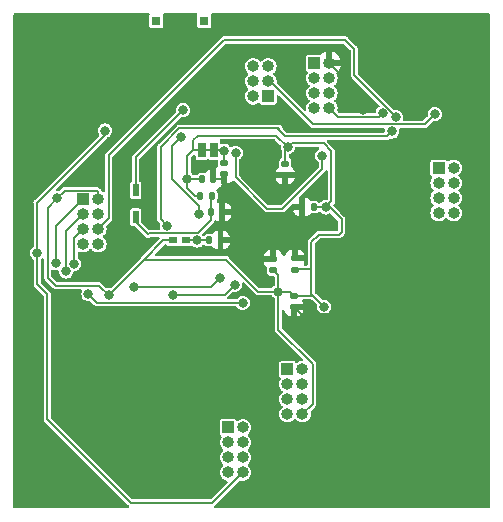
<source format=gbr>
%TF.GenerationSoftware,KiCad,Pcbnew,7.0.1*%
%TF.CreationDate,2023-05-03T15:55:27+02:00*%
%TF.ProjectId,board,626f6172-642e-46b6-9963-61645f706362,rev?*%
%TF.SameCoordinates,Original*%
%TF.FileFunction,Copper,L2,Bot*%
%TF.FilePolarity,Positive*%
%FSLAX46Y46*%
G04 Gerber Fmt 4.6, Leading zero omitted, Abs format (unit mm)*
G04 Created by KiCad (PCBNEW 7.0.1) date 2023-05-03 15:55:27*
%MOMM*%
%LPD*%
G01*
G04 APERTURE LIST*
G04 Aperture macros list*
%AMRoundRect*
0 Rectangle with rounded corners*
0 $1 Rounding radius*
0 $2 $3 $4 $5 $6 $7 $8 $9 X,Y pos of 4 corners*
0 Add a 4 corners polygon primitive as box body*
4,1,4,$2,$3,$4,$5,$6,$7,$8,$9,$2,$3,0*
0 Add four circle primitives for the rounded corners*
1,1,$1+$1,$2,$3*
1,1,$1+$1,$4,$5*
1,1,$1+$1,$6,$7*
1,1,$1+$1,$8,$9*
0 Add four rect primitives between the rounded corners*
20,1,$1+$1,$2,$3,$4,$5,0*
20,1,$1+$1,$4,$5,$6,$7,0*
20,1,$1+$1,$6,$7,$8,$9,0*
20,1,$1+$1,$8,$9,$2,$3,0*%
G04 Aperture macros list end*
%TA.AperFunction,EtchedComponent*%
%ADD10C,0.203200*%
%TD*%
%TA.AperFunction,ComponentPad*%
%ADD11R,1.000000X1.000000*%
%TD*%
%TA.AperFunction,ComponentPad*%
%ADD12O,1.000000X1.000000*%
%TD*%
%TA.AperFunction,ComponentPad*%
%ADD13R,0.800000X0.800000*%
%TD*%
%TA.AperFunction,SMDPad,CuDef*%
%ADD14RoundRect,0.140000X-0.140000X-0.170000X0.140000X-0.170000X0.140000X0.170000X-0.140000X0.170000X0*%
%TD*%
%TA.AperFunction,SMDPad,CuDef*%
%ADD15RoundRect,0.140000X-0.170000X0.140000X-0.170000X-0.140000X0.170000X-0.140000X0.170000X0.140000X0*%
%TD*%
%TA.AperFunction,SMDPad,CuDef*%
%ADD16RoundRect,0.135000X0.135000X0.185000X-0.135000X0.185000X-0.135000X-0.185000X0.135000X-0.185000X0*%
%TD*%
%TA.AperFunction,SMDPad,CuDef*%
%ADD17RoundRect,0.140000X0.170000X-0.140000X0.170000X0.140000X-0.170000X0.140000X-0.170000X-0.140000X0*%
%TD*%
%TA.AperFunction,SMDPad,CuDef*%
%ADD18R,0.705600X0.558800*%
%TD*%
%TA.AperFunction,SMDPad,CuDef*%
%ADD19R,0.550000X1.085000*%
%TD*%
%TA.AperFunction,SMDPad,CuDef*%
%ADD20RoundRect,0.140000X0.140000X0.170000X-0.140000X0.170000X-0.140000X-0.170000X0.140000X-0.170000X0*%
%TD*%
%TA.AperFunction,SMDPad,CuDef*%
%ADD21R,0.635000X1.270000*%
%TD*%
%TA.AperFunction,ViaPad*%
%ADD22C,0.800000*%
%TD*%
%TA.AperFunction,Conductor*%
%ADD23C,0.200000*%
%TD*%
G04 APERTURE END LIST*
D10*
%TO.C,SJ4*%
X234006000Y-72625000D02*
X233244000Y-72625000D01*
%TD*%
D11*
%TO.P,J8,1,Pin_1*%
%TO.N,PC11*%
X238750000Y-68100000D03*
D12*
%TO.P,J8,2,Pin_2*%
%TO.N,PC12*%
X237480000Y-68100000D03*
%TO.P,J8,3,Pin_3*%
%TO.N,GPIO*%
X238750000Y-66830000D03*
%TO.P,J8,4,Pin_4*%
%TO.N,PD0*%
X237480000Y-66830000D03*
%TO.P,J8,5,Pin_5*%
%TO.N,unconnected-(J8-Pin_5-Pad5)*%
X238750000Y-65560000D03*
%TO.P,J8,6,Pin_6*%
%TO.N,PD1*%
X237480000Y-65560000D03*
%TD*%
D13*
%TO.P,SW1,3*%
%TO.N,NRST*%
X233325000Y-61725000D03*
%TO.P,SW1,4*%
%TO.N,unconnected-(SW1-Pad4)*%
X229275000Y-61725000D03*
%TD*%
D11*
%TO.P,J9,1,Pin_1*%
%TO.N,PB14*%
X253175000Y-74150000D03*
D12*
%TO.P,J9,2,Pin_2*%
%TO.N,PB15*%
X254445000Y-74150000D03*
%TO.P,J9,3,Pin_3*%
%TO.N,PB13*%
X253175000Y-75420000D03*
%TO.P,J9,4,Pin_4*%
%TO.N,AT0*%
X254445000Y-75420000D03*
%TO.P,J9,5,Pin_5*%
%TO.N,PB12*%
X253175000Y-76690000D03*
%TO.P,J9,6,Pin_6*%
%TO.N,AT1*%
X254445000Y-76690000D03*
%TO.P,J9,7,Pin_7*%
%TO.N,PB1*%
X253175000Y-77960000D03*
%TO.P,J9,8,Pin_8*%
%TO.N,PB0*%
X254445000Y-77960000D03*
%TD*%
D11*
%TO.P,J6,1,Pin_1*%
%TO.N,ADC4*%
X223080000Y-76790000D03*
D12*
%TO.P,J6,2,Pin_2*%
%TO.N,VDD*%
X224350000Y-76790000D03*
%TO.P,J6,3,Pin_3*%
%TO.N,ADC3*%
X223080000Y-78060000D03*
%TO.P,J6,4,Pin_4*%
%TO.N,GND*%
X224350000Y-78060000D03*
%TO.P,J6,5,Pin_5*%
%TO.N,ADC2*%
X223080000Y-79330000D03*
%TO.P,J6,6,Pin_6*%
%TO.N,PB8*%
X224350000Y-79330000D03*
%TO.P,J6,7,Pin_7*%
%TO.N,ADC1*%
X223080000Y-80600000D03*
%TO.P,J6,8,Pin_8*%
%TO.N,PB9*%
X224350000Y-80600000D03*
%TD*%
D11*
%TO.P,J10,1,Pin_1*%
%TO.N,PB4_NJTRST*%
X242655000Y-65285000D03*
D12*
%TO.P,J10,2,Pin_2*%
%TO.N,GND*%
X243925000Y-65285000D03*
%TO.P,J10,3,Pin_3*%
%TO.N,PB3_JTDO*%
X242655000Y-66555000D03*
%TO.P,J10,4,Pin_4*%
%TO.N,NRST*%
X243925000Y-66555000D03*
%TO.P,J10,5,Pin_5*%
%TO.N,PA15_JTDI*%
X242655000Y-67825000D03*
%TO.P,J10,6,Pin_6*%
%TO.N,PA13_SWDIO*%
X243925000Y-67825000D03*
%TO.P,J10,7,Pin_7*%
%TO.N,PA14_SWCLOCK*%
X242655000Y-69095000D03*
%TO.P,J10,8,Pin_8*%
%TO.N,VDD*%
X243925000Y-69095000D03*
%TD*%
D11*
%TO.P,J5,1,Pin_1*%
%TO.N,CS*%
X235330000Y-96135000D03*
D12*
%TO.P,J5,2,Pin_2*%
%TO.N,PA5*%
X236600000Y-96135000D03*
%TO.P,J5,3,Pin_3*%
%TO.N,PA3*%
X235330000Y-97405000D03*
%TO.P,J5,4,Pin_4*%
%TO.N,DO*%
X236600000Y-97405000D03*
%TO.P,J5,5,Pin_5*%
%TO.N,PA2*%
X235330000Y-98675000D03*
%TO.P,J5,6,Pin_6*%
%TO.N,DI*%
X236600000Y-98675000D03*
%TO.P,J5,7,Pin_7*%
%TO.N,CLK*%
X235330000Y-99945000D03*
%TO.P,J5,8,Pin_8*%
%TO.N,ADC5*%
X236600000Y-99945000D03*
%TD*%
D11*
%TO.P,J7,1,Pin_1*%
%TO.N,PC5*%
X240375000Y-91200000D03*
D12*
%TO.P,J7,2,Pin_2*%
%TO.N,PB2*%
X241645000Y-91200000D03*
%TO.P,J7,3,Pin_3*%
%TO.N,PC4*%
X240375000Y-92470000D03*
%TO.P,J7,4,Pin_4*%
%TO.N,PB10*%
X241645000Y-92470000D03*
%TO.P,J7,5,Pin_5*%
%TO.N,PA9*%
X240375000Y-93740000D03*
%TO.P,J7,6,Pin_6*%
%TO.N,PB11*%
X241645000Y-93740000D03*
%TO.P,J7,7,Pin_7*%
%TO.N,PA8*%
X240375000Y-95010000D03*
%TO.P,J7,8,Pin_8*%
%TO.N,VDD*%
X241645000Y-95010000D03*
%TD*%
D14*
%TO.P,C16,1*%
%TO.N,VDD*%
X233140000Y-75125000D03*
%TO.P,C16,2*%
%TO.N,GND*%
X234100000Y-75125000D03*
%TD*%
D15*
%TO.P,C14,1*%
%TO.N,VDD*%
X240925000Y-84970000D03*
%TO.P,C14,2*%
%TO.N,GND*%
X240925000Y-85930000D03*
%TD*%
D16*
%TO.P,R1,1*%
%TO.N,Net-(D2-A)*%
X233985000Y-76525000D03*
%TO.P,R1,2*%
%TO.N,VDD*%
X232965000Y-76525000D03*
%TD*%
D15*
%TO.P,C10,1*%
%TO.N,GND*%
X239175000Y-81870000D03*
%TO.P,C10,2*%
%TO.N,VDD*%
X239175000Y-82830000D03*
%TD*%
D14*
%TO.P,C17,1*%
%TO.N,VDDA*%
X233745000Y-80300000D03*
%TO.P,C17,2*%
%TO.N,GND*%
X234705000Y-80300000D03*
%TD*%
D17*
%TO.P,C15,1*%
%TO.N,VDD*%
X241000000Y-82780000D03*
%TO.P,C15,2*%
%TO.N,GND*%
X241000000Y-81820000D03*
%TD*%
D18*
%TO.P,L1,1,1*%
%TO.N,VDD*%
X230707100Y-80300000D03*
%TO.P,L1,2,2*%
%TO.N,VDDA*%
X231742900Y-80300000D03*
%TD*%
D15*
%TO.P,C12,1*%
%TO.N,VDD*%
X240200000Y-73795000D03*
%TO.P,C12,2*%
%TO.N,GND*%
X240200000Y-74755000D03*
%TD*%
%TO.P,C13,1*%
%TO.N,Net-(C13-Pad1)*%
X235000000Y-73745000D03*
%TO.P,C13,2*%
%TO.N,GND*%
X235000000Y-74705000D03*
%TD*%
D19*
%TO.P,D2,1,A*%
%TO.N,Net-(D2-A)*%
X227525000Y-78330000D03*
%TO.P,D2,2,K*%
%TO.N,NRST*%
X227525000Y-76050000D03*
%TD*%
D20*
%TO.P,C6,1*%
%TO.N,GND*%
X234830000Y-77900000D03*
%TO.P,C6,2*%
%TO.N,Net-(D2-A)*%
X233870000Y-77900000D03*
%TD*%
D21*
%TO.P,SJ4,1,1*%
%TO.N,Net-(C13-Pad1)*%
X234133000Y-72625000D03*
%TO.P,SJ4,2,2*%
%TO.N,VDD*%
X233117000Y-72625000D03*
%TD*%
D14*
%TO.P,C8,1*%
%TO.N,GND*%
X241640000Y-77500000D03*
%TO.P,C8,2*%
%TO.N,VDD*%
X242600000Y-77500000D03*
%TD*%
D22*
%TO.N,VDDA*%
X232725000Y-80300000D03*
%TO.N,PB9*%
X230175000Y-79050000D03*
X249225000Y-71074500D03*
%TO.N,PB8*%
X249550000Y-69875000D03*
%TO.N,CS_D*%
X243325000Y-73125000D03*
X235995500Y-72875000D03*
%TO.N,NRST*%
X231375000Y-71500000D03*
X231525000Y-69275000D03*
X232900000Y-78099500D03*
%TO.N,GND*%
X218800000Y-73100000D03*
X239725000Y-76750000D03*
X253675000Y-101075000D03*
X238200000Y-78575000D03*
X246775000Y-69250500D03*
X229100000Y-67325000D03*
X251025000Y-83475000D03*
X244125000Y-78975500D03*
X222400000Y-71675000D03*
X240800000Y-62000000D03*
X245475000Y-86525000D03*
X221550000Y-72625000D03*
X223163589Y-70636411D03*
X239800000Y-80125000D03*
X249175000Y-77075000D03*
X236425000Y-80225000D03*
X249050000Y-95025000D03*
X236425000Y-76675000D03*
X237600000Y-101875000D03*
X255100000Y-71275000D03*
X243450000Y-82225000D03*
X223725500Y-69350000D03*
%TO.N,GPIO*%
X252838221Y-69613221D03*
%TO.N,CS*%
X234649500Y-83500000D03*
X227375000Y-84249500D03*
%TO.N,ADC5*%
X219175000Y-81350000D03*
X224924500Y-71000000D03*
%TO.N,ADC4*%
X220800000Y-82225000D03*
%TO.N,ADC3*%
X221625000Y-82925000D03*
%TO.N,ADC2*%
X222325000Y-82275000D03*
%TO.N,DI*%
X236575000Y-85575000D03*
X223523911Y-84849000D03*
%TO.N,DO*%
X235899500Y-84050000D03*
X230700000Y-84900000D03*
%TO.N,Net-(C13-Pad1)*%
X235000000Y-72700000D03*
%TO.N,VDD*%
X231900000Y-75100000D03*
X243600000Y-77500000D03*
X225225000Y-84950000D03*
X239595500Y-84625000D03*
X240400000Y-72400000D03*
X248425000Y-69550000D03*
X220875000Y-76725000D03*
X243475000Y-85925500D03*
%TD*%
D23*
%TO.N,VDDA*%
X231742900Y-80300000D02*
X232725000Y-80300000D01*
X232725000Y-80300000D02*
X233745000Y-80300000D01*
%TO.N,PB9*%
X248824500Y-71475000D02*
X240200000Y-71475000D01*
X239525000Y-70800000D02*
X239650000Y-70800000D01*
X230175000Y-79050000D02*
X229650000Y-78525000D01*
X249225000Y-71074500D02*
X248824500Y-71475000D01*
X229650000Y-72376471D02*
X231226471Y-70800000D01*
X231226471Y-70800000D02*
X239525000Y-70800000D01*
X230175000Y-79050000D02*
X230175000Y-79325000D01*
X240200000Y-71475000D02*
X239525000Y-70800000D01*
X230175000Y-79325000D02*
X230170000Y-79330000D01*
X229650000Y-78525000D02*
X229650000Y-72376471D01*
%TO.N,PB8*%
X246025000Y-64075000D02*
X246025000Y-66301471D01*
X225250000Y-73075000D02*
X235000000Y-63325000D01*
X246025000Y-66301471D02*
X249550000Y-69826471D01*
X235000000Y-63325000D02*
X245275000Y-63325000D01*
X245275000Y-63325000D02*
X246025000Y-64075000D01*
X224350000Y-79330000D02*
X225250000Y-78430000D01*
X249550000Y-69826471D02*
X249550000Y-69875000D01*
X225250000Y-78430000D02*
X225250000Y-73075000D01*
%TO.N,CS_D*%
X239950000Y-77600000D02*
X238650000Y-77600000D01*
X235995500Y-74945500D02*
X235995500Y-72875000D01*
X243325000Y-74225000D02*
X239950000Y-77600000D01*
X243325000Y-73125000D02*
X243325000Y-74225000D01*
X238650000Y-77600000D02*
X235995500Y-74945500D01*
%TO.N,NRST*%
X232900000Y-78099500D02*
X232900000Y-77425000D01*
X227525000Y-76050000D02*
X227525000Y-73275000D01*
X227525000Y-73275000D02*
X231525000Y-69275000D01*
X230600000Y-75125000D02*
X230600000Y-72275000D01*
X232900000Y-78099500D02*
X232700500Y-77900000D01*
X230600000Y-72275000D02*
X231375000Y-71500000D01*
X232900000Y-77425000D02*
X230600000Y-75125000D01*
X232900000Y-78099500D02*
X233099500Y-77900000D01*
%TO.N,GND*%
X246775000Y-69250500D02*
X246775000Y-68135000D01*
X235000000Y-75250000D02*
X235125000Y-75375000D01*
X240725000Y-78025000D02*
X240725000Y-77775000D01*
X246775000Y-68135000D02*
X243925000Y-65285000D01*
X239925000Y-80125000D02*
X239800000Y-80125000D01*
X241000000Y-81200000D02*
X239925000Y-80125000D01*
X241640000Y-77500000D02*
X241000000Y-77500000D01*
X241000000Y-81820000D02*
X241000000Y-81200000D01*
X234975000Y-75125000D02*
X235000000Y-75100000D01*
X235000000Y-75100000D02*
X235000000Y-75250000D01*
X240200000Y-74755000D02*
X240200000Y-75375000D01*
X241520000Y-86525000D02*
X245475000Y-86525000D01*
X234100000Y-75125000D02*
X234975000Y-75125000D01*
X244125000Y-78975500D02*
X241675500Y-78975500D01*
X234830000Y-77900000D02*
X235425000Y-77900000D01*
X234705000Y-80300000D02*
X235375000Y-80300000D01*
X240925000Y-85930000D02*
X241520000Y-86525000D01*
X241675500Y-78975500D02*
X240725000Y-78025000D01*
X240725000Y-77775000D02*
X241000000Y-77500000D01*
X239175000Y-81870000D02*
X239175000Y-81200000D01*
X245425000Y-86575000D02*
X245475000Y-86525000D01*
X235000000Y-74705000D02*
X235000000Y-75100000D01*
%TO.N,GPIO*%
X251976442Y-70475000D02*
X242525000Y-70475000D01*
X238880000Y-66830000D02*
X238750000Y-66830000D01*
X252838221Y-69613221D02*
X251976442Y-70475000D01*
X242525000Y-70475000D02*
X238880000Y-66830000D01*
%TO.N,CS*%
X233924500Y-84225000D02*
X227399500Y-84225000D01*
X227399500Y-84225000D02*
X227375000Y-84249500D01*
X234649500Y-83500000D02*
X233924500Y-84225000D01*
%TO.N,ADC5*%
X219175000Y-81350000D02*
X219175000Y-77100000D01*
X234020000Y-102525000D02*
X236600000Y-99945000D01*
X227125000Y-102525000D02*
X234020000Y-102525000D01*
X224924500Y-71350500D02*
X224924500Y-71000000D01*
X220050000Y-84875000D02*
X220050000Y-95450000D01*
X219175000Y-81350000D02*
X219175000Y-84000000D01*
X219175000Y-77100000D02*
X224924500Y-71350500D01*
X219175000Y-84000000D02*
X220050000Y-84875000D01*
X220050000Y-95450000D02*
X227125000Y-102525000D01*
%TO.N,ADC4*%
X220800000Y-82225000D02*
X220800000Y-79070000D01*
X220800000Y-79070000D02*
X223080000Y-76790000D01*
%TO.N,ADC3*%
X221625000Y-82925000D02*
X221625000Y-79515000D01*
X221625000Y-79515000D02*
X223080000Y-78060000D01*
%TO.N,ADC2*%
X222325000Y-80085000D02*
X223080000Y-79330000D01*
X222325000Y-82275000D02*
X222325000Y-80085000D01*
%TO.N,DI*%
X223523911Y-84849000D02*
X224249911Y-85575000D01*
X224249911Y-85575000D02*
X236575000Y-85575000D01*
%TO.N,DO*%
X235049500Y-84900000D02*
X230700000Y-84900000D01*
X235899500Y-84050000D02*
X235049500Y-84900000D01*
%TO.N,Net-(C13-Pad1)*%
X235000000Y-72700000D02*
X234925000Y-72625000D01*
X234925000Y-72625000D02*
X234307600Y-72625000D01*
X235000000Y-72700000D02*
X235000000Y-73745000D01*
%TO.N,VDD*%
X239595500Y-87845500D02*
X242525000Y-90775000D01*
X240400000Y-72400000D02*
X239425000Y-71425000D01*
X242375000Y-82725000D02*
X241055000Y-82725000D01*
X231900000Y-73125000D02*
X232400000Y-72625000D01*
X244975000Y-79575000D02*
X244750000Y-79800000D01*
X242375000Y-84825500D02*
X242375000Y-82725000D01*
X232400000Y-72625000D02*
X232942400Y-72625000D01*
X221510000Y-76090000D02*
X224240000Y-76090000D01*
X248125000Y-69850000D02*
X244680000Y-69850000D01*
X239595500Y-84625000D02*
X239595500Y-87845500D01*
X243025000Y-79800000D02*
X242375000Y-80450000D01*
X244100000Y-72750000D02*
X243425000Y-72075000D01*
X225225000Y-84950000D02*
X224400000Y-84125000D01*
X239595500Y-84625000D02*
X237875000Y-84625000D01*
X243475000Y-85925500D02*
X242519500Y-84970000D01*
X220875000Y-76725000D02*
X221510000Y-76090000D01*
X242525000Y-94130000D02*
X241645000Y-95010000D01*
X237875000Y-84625000D02*
X235187500Y-81937500D01*
X239595500Y-84625000D02*
X239595500Y-83250500D01*
X243950000Y-77500000D02*
X244975000Y-78525000D01*
X220750000Y-84125000D02*
X220075000Y-83450000D01*
X228237500Y-81937500D02*
X229875000Y-80300000D01*
X242525000Y-90775000D02*
X242525000Y-94130000D01*
X240925000Y-84970000D02*
X242519500Y-84970000D01*
X240580000Y-84625000D02*
X240925000Y-84970000D01*
X232400000Y-71825000D02*
X232400000Y-72625000D01*
X232575000Y-76525000D02*
X232965000Y-76525000D01*
X243475000Y-85925500D02*
X242375000Y-84825500D01*
X225225000Y-84950000D02*
X228237500Y-81937500D01*
X233115000Y-75100000D02*
X233140000Y-75125000D01*
X240725000Y-72075000D02*
X240400000Y-72400000D01*
X224240000Y-76090000D02*
X224350000Y-76200000D01*
X244975000Y-78525000D02*
X244975000Y-79575000D01*
X231900000Y-75850000D02*
X232575000Y-76525000D01*
X239595500Y-83250500D02*
X239175000Y-82830000D01*
X241055000Y-82725000D02*
X241000000Y-82780000D01*
X229875000Y-80300000D02*
X230707100Y-80300000D01*
X231900000Y-75100000D02*
X231900000Y-73125000D01*
X239595500Y-84625000D02*
X240580000Y-84625000D01*
X244680000Y-69850000D02*
X243925000Y-69095000D01*
X244750000Y-79800000D02*
X243025000Y-79800000D01*
X224400000Y-84125000D02*
X220750000Y-84125000D01*
X232800000Y-71425000D02*
X232400000Y-71825000D01*
X243600000Y-77500000D02*
X242600000Y-77500000D01*
X242375000Y-80450000D02*
X242375000Y-82725000D01*
X243600000Y-77500000D02*
X244100000Y-77000000D01*
X248425000Y-69550000D02*
X248125000Y-69850000D01*
X239425000Y-71425000D02*
X232800000Y-71425000D01*
X240200000Y-72600000D02*
X240200000Y-73795000D01*
X243600000Y-77500000D02*
X243950000Y-77500000D01*
X240400000Y-72400000D02*
X240200000Y-72600000D01*
X235187500Y-81937500D02*
X228237500Y-81937500D01*
X220075000Y-83450000D02*
X220075000Y-77525000D01*
X224350000Y-76200000D02*
X224350000Y-76790000D01*
X220075000Y-77525000D02*
X220875000Y-76725000D01*
X243425000Y-72075000D02*
X240725000Y-72075000D01*
X231900000Y-75100000D02*
X233115000Y-75100000D01*
X244100000Y-77000000D02*
X244100000Y-72750000D01*
X231900000Y-75100000D02*
X231900000Y-75850000D01*
%TO.N,Net-(D2-A)*%
X227525000Y-78725000D02*
X228575000Y-79775000D01*
X232775000Y-79700000D02*
X233870000Y-78605000D01*
X233870000Y-76640000D02*
X233985000Y-76525000D01*
X227525000Y-78330000D02*
X227525000Y-78725000D01*
X228650000Y-79700000D02*
X232775000Y-79700000D01*
X233870000Y-77900000D02*
X233870000Y-76640000D01*
X228575000Y-79775000D02*
X228650000Y-79700000D01*
X233870000Y-78605000D02*
X233870000Y-77900000D01*
%TD*%
%TA.AperFunction,Conductor*%
%TO.N,GND*%
G36*
X228649037Y-61068142D02*
G01*
X228694646Y-61116047D01*
X228709139Y-61180584D01*
X228688390Y-61243390D01*
X228686133Y-61246767D01*
X228674500Y-61305251D01*
X228674500Y-62144749D01*
X228686132Y-62203230D01*
X228730447Y-62269552D01*
X228796769Y-62313867D01*
X228855251Y-62325500D01*
X228855252Y-62325500D01*
X229694748Y-62325500D01*
X229694749Y-62325500D01*
X229723989Y-62319683D01*
X229753231Y-62313867D01*
X229819552Y-62269552D01*
X229863867Y-62203231D01*
X229875500Y-62144748D01*
X229875500Y-61305252D01*
X229863867Y-61246769D01*
X229863866Y-61246767D01*
X229861610Y-61243390D01*
X229840861Y-61180584D01*
X229855354Y-61116047D01*
X229900963Y-61068142D01*
X229964712Y-61050500D01*
X232635288Y-61050500D01*
X232699037Y-61068142D01*
X232744646Y-61116047D01*
X232759139Y-61180584D01*
X232738390Y-61243390D01*
X232736133Y-61246767D01*
X232724500Y-61305251D01*
X232724500Y-62144749D01*
X232736132Y-62203230D01*
X232780447Y-62269552D01*
X232846769Y-62313867D01*
X232905251Y-62325500D01*
X232905252Y-62325500D01*
X233744748Y-62325500D01*
X233744749Y-62325500D01*
X233773989Y-62319683D01*
X233803231Y-62313867D01*
X233869552Y-62269552D01*
X233913867Y-62203231D01*
X233925500Y-62144748D01*
X233925500Y-61305252D01*
X233913867Y-61246769D01*
X233913866Y-61246767D01*
X233911610Y-61243390D01*
X233890861Y-61180584D01*
X233905354Y-61116047D01*
X233950963Y-61068142D01*
X234014712Y-61050500D01*
X237791554Y-61050500D01*
X257410654Y-61074766D01*
X257472589Y-61091430D01*
X257517913Y-61136810D01*
X257534500Y-61198766D01*
X257534500Y-102860500D01*
X257517887Y-102922500D01*
X257472500Y-102967887D01*
X257410500Y-102984500D01*
X234284833Y-102984500D01*
X234228560Y-102970996D01*
X234184544Y-102933425D01*
X234162371Y-102879970D01*
X234166872Y-102822275D01*
X234197066Y-102772905D01*
X234197216Y-102772754D01*
X234197577Y-102772393D01*
X234220063Y-102754564D01*
X234225952Y-102750919D01*
X234242053Y-102729595D01*
X234253313Y-102716656D01*
X236312683Y-100657286D01*
X236367064Y-100625523D01*
X236430035Y-100624572D01*
X236514944Y-100645500D01*
X236685055Y-100645500D01*
X236685056Y-100645500D01*
X236850225Y-100604790D01*
X237000852Y-100525734D01*
X237128183Y-100412929D01*
X237224818Y-100272930D01*
X237285140Y-100113872D01*
X237305645Y-99945000D01*
X237285140Y-99776128D01*
X237224818Y-99617070D01*
X237132951Y-99483978D01*
X237128184Y-99477072D01*
X237128183Y-99477071D01*
X237044363Y-99402813D01*
X237007488Y-99344499D01*
X237007488Y-99275501D01*
X237044363Y-99217186D01*
X237128183Y-99142929D01*
X237224818Y-99002930D01*
X237285140Y-98843872D01*
X237305645Y-98675000D01*
X237285140Y-98506128D01*
X237224818Y-98347070D01*
X237132951Y-98213978D01*
X237128184Y-98207072D01*
X237128181Y-98207069D01*
X237044363Y-98132813D01*
X237007488Y-98074499D01*
X237007488Y-98005501D01*
X237044363Y-97947186D01*
X237128183Y-97872929D01*
X237224818Y-97732930D01*
X237285140Y-97573872D01*
X237305645Y-97405000D01*
X237285140Y-97236128D01*
X237224818Y-97077070D01*
X237128183Y-96937071D01*
X237044363Y-96862813D01*
X237007488Y-96804499D01*
X237007488Y-96735501D01*
X237044363Y-96677186D01*
X237128183Y-96602929D01*
X237224818Y-96462930D01*
X237285140Y-96303872D01*
X237305645Y-96135000D01*
X237285140Y-95966128D01*
X237224818Y-95807070D01*
X237158160Y-95710500D01*
X237128184Y-95667072D01*
X237095180Y-95637833D01*
X237000852Y-95554266D01*
X236884706Y-95493307D01*
X236850224Y-95475209D01*
X236725765Y-95444533D01*
X236685056Y-95434500D01*
X236514944Y-95434500D01*
X236482284Y-95442549D01*
X236349775Y-95475209D01*
X236199145Y-95554267D01*
X236191222Y-95561287D01*
X236128270Y-95590961D01*
X236059247Y-95582050D01*
X236005897Y-95537359D01*
X235994293Y-95519993D01*
X235974552Y-95490448D01*
X235965969Y-95484713D01*
X235908230Y-95446132D01*
X235849749Y-95434500D01*
X235849748Y-95434500D01*
X234810252Y-95434500D01*
X234810251Y-95434500D01*
X234751769Y-95446132D01*
X234685447Y-95490447D01*
X234641132Y-95556769D01*
X234629500Y-95615251D01*
X234629500Y-96654749D01*
X234641132Y-96713230D01*
X234656013Y-96735501D01*
X234685448Y-96779552D01*
X234734825Y-96812545D01*
X234777420Y-96861363D01*
X234789580Y-96925001D01*
X234767983Y-96986086D01*
X234705182Y-97077069D01*
X234644860Y-97236127D01*
X234624354Y-97405000D01*
X234644860Y-97573872D01*
X234705182Y-97732930D01*
X234801817Y-97872930D01*
X234885634Y-97947185D01*
X234922511Y-98005501D01*
X234922511Y-98074499D01*
X234885634Y-98132815D01*
X234801817Y-98207069D01*
X234705182Y-98347069D01*
X234644860Y-98506127D01*
X234624354Y-98675000D01*
X234644860Y-98843872D01*
X234705182Y-99002930D01*
X234801815Y-99142927D01*
X234801816Y-99142928D01*
X234801817Y-99142929D01*
X234885635Y-99217185D01*
X234922511Y-99275499D01*
X234922511Y-99344497D01*
X234885635Y-99402814D01*
X234801816Y-99477071D01*
X234705182Y-99617069D01*
X234644860Y-99776127D01*
X234624354Y-99945000D01*
X234644860Y-100113872D01*
X234705182Y-100272930D01*
X234801815Y-100412927D01*
X234801816Y-100412928D01*
X234801817Y-100412929D01*
X234929148Y-100525734D01*
X235079775Y-100604790D01*
X235215660Y-100638282D01*
X235272332Y-100669683D01*
X235305431Y-100725381D01*
X235305921Y-100790169D01*
X235273667Y-100846360D01*
X233931848Y-102188181D01*
X233891620Y-102215061D01*
X233844167Y-102224500D01*
X227300833Y-102224500D01*
X227253380Y-102215061D01*
X227213152Y-102188181D01*
X220386819Y-95361848D01*
X220359939Y-95321620D01*
X220350500Y-95274167D01*
X220350500Y-84944244D01*
X220353243Y-84927423D01*
X220352772Y-84917237D01*
X220352773Y-84917236D01*
X220350631Y-84870920D01*
X220350500Y-84865196D01*
X220350500Y-84846178D01*
X220348817Y-84831680D01*
X220347585Y-84805009D01*
X220344786Y-84798671D01*
X220336332Y-84771367D01*
X220335061Y-84764568D01*
X220335061Y-84764567D01*
X220320997Y-84741853D01*
X220312994Y-84726669D01*
X220302206Y-84702235D01*
X220297310Y-84697338D01*
X220279563Y-84674933D01*
X220275919Y-84669048D01*
X220254602Y-84652950D01*
X220241648Y-84641677D01*
X219511819Y-83911848D01*
X219484939Y-83871620D01*
X219475500Y-83824167D01*
X219475500Y-81937482D01*
X219488288Y-81882638D01*
X219524014Y-81839106D01*
X219532143Y-81832869D01*
X219575013Y-81799973D01*
X219638347Y-81774946D01*
X219705344Y-81787137D01*
X219755801Y-81832869D01*
X219774500Y-81898349D01*
X219774500Y-83380757D01*
X219771756Y-83397577D01*
X219774368Y-83454079D01*
X219774500Y-83459805D01*
X219774500Y-83478819D01*
X219776181Y-83493307D01*
X219777415Y-83519993D01*
X219780213Y-83526330D01*
X219788666Y-83553626D01*
X219789938Y-83560434D01*
X219803997Y-83583140D01*
X219812002Y-83598327D01*
X219822792Y-83622763D01*
X219827688Y-83627659D01*
X219845434Y-83650063D01*
X219846922Y-83652465D01*
X219849081Y-83655952D01*
X219870396Y-83672048D01*
X219883351Y-83683322D01*
X220488550Y-84288521D01*
X220498507Y-84302358D01*
X220506041Y-84309226D01*
X220506042Y-84309228D01*
X220519181Y-84321206D01*
X220540316Y-84340474D01*
X220544457Y-84344429D01*
X220557888Y-84357860D01*
X220569328Y-84366922D01*
X220589065Y-84384915D01*
X220589066Y-84384915D01*
X220589067Y-84384916D01*
X220595340Y-84387346D01*
X220595523Y-84387417D01*
X220620810Y-84400745D01*
X220626519Y-84404656D01*
X220652514Y-84410769D01*
X220668910Y-84415846D01*
X220693827Y-84425500D01*
X220700751Y-84425500D01*
X220729140Y-84428793D01*
X220735881Y-84430379D01*
X220762333Y-84426688D01*
X220779465Y-84425500D01*
X222863775Y-84425500D01*
X222922228Y-84440142D01*
X222966877Y-84480609D01*
X222987178Y-84537346D01*
X222978336Y-84596950D01*
X222959810Y-84641677D01*
X222938866Y-84692239D01*
X222918228Y-84849000D01*
X222938867Y-85005762D01*
X222999374Y-85151840D01*
X223095628Y-85277282D01*
X223168324Y-85333063D01*
X223221070Y-85373536D01*
X223367149Y-85434044D01*
X223503271Y-85451964D01*
X223523910Y-85454682D01*
X223523910Y-85454681D01*
X223523911Y-85454682D01*
X223622973Y-85441640D01*
X223679015Y-85447160D01*
X223726838Y-85476898D01*
X223988461Y-85738521D01*
X223998418Y-85752358D01*
X224005952Y-85759226D01*
X224005953Y-85759228D01*
X224013816Y-85766396D01*
X224040227Y-85790474D01*
X224044368Y-85794429D01*
X224057799Y-85807860D01*
X224069239Y-85816922D01*
X224088976Y-85834915D01*
X224088977Y-85834915D01*
X224088978Y-85834916D01*
X224095251Y-85837346D01*
X224095434Y-85837417D01*
X224120721Y-85850745D01*
X224126430Y-85854656D01*
X224152425Y-85860769D01*
X224168821Y-85865846D01*
X224193738Y-85875500D01*
X224200662Y-85875500D01*
X224229051Y-85878793D01*
X224235792Y-85880379D01*
X224262244Y-85876688D01*
X224279376Y-85875500D01*
X235987518Y-85875500D01*
X236042362Y-85888288D01*
X236085893Y-85924013D01*
X236146718Y-86003282D01*
X236272159Y-86099536D01*
X236418238Y-86160044D01*
X236575000Y-86180682D01*
X236731762Y-86160044D01*
X236877841Y-86099536D01*
X237003282Y-86003282D01*
X237099536Y-85877841D01*
X237160044Y-85731762D01*
X237180682Y-85575000D01*
X237160044Y-85418238D01*
X237099536Y-85272159D01*
X237073464Y-85238181D01*
X237003282Y-85146717D01*
X236877840Y-85050463D01*
X236731762Y-84989956D01*
X236575000Y-84969317D01*
X236418237Y-84989956D01*
X236272159Y-85050463D01*
X236146718Y-85146717D01*
X236085894Y-85225986D01*
X236042362Y-85261712D01*
X235987518Y-85274500D01*
X235399332Y-85274500D01*
X235343037Y-85260985D01*
X235299014Y-85223385D01*
X235276859Y-85169898D01*
X235281401Y-85112182D01*
X235311651Y-85062819D01*
X235507549Y-84866921D01*
X235696574Y-84677896D01*
X235744395Y-84648160D01*
X235800437Y-84642640D01*
X235899500Y-84655682D01*
X236056262Y-84635044D01*
X236202341Y-84574536D01*
X236327782Y-84478282D01*
X236424036Y-84352841D01*
X236484544Y-84206762D01*
X236505182Y-84050000D01*
X236496788Y-83986243D01*
X236503963Y-83925623D01*
X236539195Y-83875770D01*
X236593946Y-83848770D01*
X236654945Y-83851166D01*
X236707408Y-83882379D01*
X237613550Y-84788521D01*
X237623507Y-84802358D01*
X237631041Y-84809226D01*
X237631042Y-84809228D01*
X237644429Y-84821432D01*
X237665316Y-84840474D01*
X237669457Y-84844429D01*
X237682887Y-84857859D01*
X237694322Y-84866916D01*
X237714067Y-84884916D01*
X237720521Y-84887416D01*
X237745805Y-84900743D01*
X237751519Y-84904657D01*
X237777525Y-84910773D01*
X237793917Y-84915849D01*
X237818827Y-84925500D01*
X237825752Y-84925500D01*
X237854142Y-84928794D01*
X237860881Y-84930379D01*
X237887332Y-84926689D01*
X237904464Y-84925500D01*
X239008018Y-84925500D01*
X239062862Y-84938288D01*
X239106394Y-84974014D01*
X239167217Y-85053282D01*
X239223759Y-85096667D01*
X239243978Y-85112182D01*
X239246486Y-85114106D01*
X239282212Y-85157638D01*
X239295000Y-85212482D01*
X239295000Y-87776257D01*
X239292256Y-87793077D01*
X239294868Y-87849579D01*
X239295000Y-87855305D01*
X239295000Y-87874319D01*
X239296681Y-87888807D01*
X239297915Y-87915493D01*
X239300713Y-87921830D01*
X239309166Y-87949126D01*
X239310438Y-87955934D01*
X239324497Y-87978640D01*
X239332502Y-87993827D01*
X239343292Y-88018263D01*
X239348188Y-88023159D01*
X239365934Y-88045563D01*
X239369580Y-88051451D01*
X239369581Y-88051452D01*
X239390896Y-88067548D01*
X239403851Y-88078822D01*
X241616746Y-90291718D01*
X241649000Y-90347909D01*
X241648511Y-90412697D01*
X241615412Y-90468395D01*
X241558740Y-90499796D01*
X241394775Y-90540209D01*
X241244145Y-90619267D01*
X241236222Y-90626287D01*
X241173270Y-90655961D01*
X241104247Y-90647050D01*
X241050897Y-90602359D01*
X241050814Y-90602235D01*
X241019552Y-90555448D01*
X241008055Y-90547766D01*
X240953230Y-90511132D01*
X240894749Y-90499500D01*
X240894748Y-90499500D01*
X239855252Y-90499500D01*
X239855251Y-90499500D01*
X239796769Y-90511132D01*
X239730447Y-90555447D01*
X239686132Y-90621769D01*
X239674500Y-90680251D01*
X239674500Y-91719749D01*
X239686132Y-91778230D01*
X239686133Y-91778231D01*
X239730448Y-91844552D01*
X239779825Y-91877545D01*
X239822420Y-91926363D01*
X239834580Y-91990001D01*
X239812983Y-92051086D01*
X239750182Y-92142069D01*
X239689860Y-92301127D01*
X239669354Y-92470000D01*
X239689860Y-92638872D01*
X239750182Y-92797930D01*
X239846817Y-92937930D01*
X239930634Y-93012185D01*
X239967511Y-93070501D01*
X239967511Y-93139499D01*
X239930634Y-93197815D01*
X239846817Y-93272069D01*
X239750182Y-93412069D01*
X239689860Y-93571127D01*
X239669354Y-93740000D01*
X239689860Y-93908872D01*
X239750182Y-94067930D01*
X239846817Y-94207930D01*
X239930634Y-94282185D01*
X239967511Y-94340501D01*
X239967511Y-94409499D01*
X239930634Y-94467815D01*
X239846817Y-94542069D01*
X239750182Y-94682069D01*
X239689860Y-94841127D01*
X239669354Y-95010000D01*
X239689860Y-95178872D01*
X239750182Y-95337930D01*
X239846815Y-95477927D01*
X239846816Y-95477928D01*
X239846817Y-95477929D01*
X239974148Y-95590734D01*
X240124775Y-95669790D01*
X240289944Y-95710500D01*
X240460055Y-95710500D01*
X240460056Y-95710500D01*
X240625225Y-95669790D01*
X240775852Y-95590734D01*
X240903183Y-95477929D01*
X240907949Y-95471023D01*
X240952373Y-95431666D01*
X241010000Y-95417462D01*
X241067627Y-95431666D01*
X241112051Y-95471024D01*
X241116815Y-95477927D01*
X241116816Y-95477928D01*
X241116817Y-95477929D01*
X241244148Y-95590734D01*
X241394775Y-95669790D01*
X241559944Y-95710500D01*
X241730055Y-95710500D01*
X241730056Y-95710500D01*
X241895225Y-95669790D01*
X242045852Y-95590734D01*
X242173183Y-95477929D01*
X242269818Y-95337930D01*
X242330140Y-95178872D01*
X242350645Y-95010000D01*
X242330140Y-94841128D01*
X242330139Y-94841127D01*
X242328325Y-94826182D01*
X242329344Y-94826058D01*
X242325432Y-94803424D01*
X242335330Y-94757319D01*
X242361723Y-94718246D01*
X242688518Y-94391451D01*
X242702353Y-94381498D01*
X242709225Y-94373959D01*
X242709228Y-94373958D01*
X242740488Y-94339666D01*
X242744379Y-94335590D01*
X242757174Y-94322797D01*
X242757178Y-94322790D01*
X242757867Y-94322102D01*
X242766922Y-94310671D01*
X242768536Y-94308900D01*
X242784916Y-94290933D01*
X242787415Y-94284479D01*
X242800743Y-94259192D01*
X242804657Y-94253481D01*
X242804658Y-94253477D01*
X242810773Y-94227479D01*
X242815850Y-94211081D01*
X242825500Y-94186173D01*
X242825500Y-94179248D01*
X242828794Y-94150858D01*
X242828819Y-94150749D01*
X242830379Y-94144119D01*
X242826689Y-94117667D01*
X242825500Y-94100536D01*
X242825500Y-90844244D01*
X242828243Y-90827423D01*
X242827772Y-90817237D01*
X242827773Y-90817236D01*
X242825631Y-90770920D01*
X242825500Y-90765196D01*
X242825500Y-90746178D01*
X242823817Y-90731680D01*
X242822585Y-90705009D01*
X242819786Y-90698671D01*
X242811332Y-90671367D01*
X242810061Y-90664568D01*
X242810061Y-90664567D01*
X242795997Y-90641853D01*
X242787994Y-90626669D01*
X242777206Y-90602235D01*
X242772309Y-90597338D01*
X242754563Y-90574933D01*
X242750919Y-90569048D01*
X242729602Y-90552950D01*
X242716648Y-90541677D01*
X239932319Y-87757348D01*
X239905439Y-87717120D01*
X239896000Y-87669667D01*
X239896000Y-86278553D01*
X239909812Y-86221680D01*
X239948169Y-86177477D01*
X240002529Y-86155790D01*
X240060780Y-86161450D01*
X240109947Y-86193197D01*
X240139077Y-86243959D01*
X240162968Y-86326196D01*
X240245281Y-86465379D01*
X240359620Y-86579718D01*
X240498805Y-86662032D01*
X240654082Y-86707144D01*
X240674999Y-86708790D01*
X240675000Y-86708790D01*
X240675000Y-86180000D01*
X241175000Y-86180000D01*
X241175000Y-86708790D01*
X241195915Y-86707145D01*
X241351194Y-86662032D01*
X241490379Y-86579718D01*
X241604718Y-86465379D01*
X241687031Y-86326196D01*
X241729504Y-86180000D01*
X241175000Y-86180000D01*
X240675000Y-86180000D01*
X240675000Y-85804000D01*
X240691613Y-85742000D01*
X240737000Y-85696613D01*
X240799000Y-85680000D01*
X241729504Y-85680000D01*
X241687031Y-85533803D01*
X241641977Y-85457621D01*
X241624713Y-85395474D01*
X241640999Y-85333063D01*
X241686428Y-85287276D01*
X241748709Y-85270500D01*
X242343667Y-85270500D01*
X242391120Y-85279939D01*
X242431348Y-85306819D01*
X242847101Y-85722572D01*
X242876839Y-85770394D01*
X242882359Y-85826438D01*
X242869317Y-85925499D01*
X242889956Y-86082262D01*
X242950463Y-86228340D01*
X243046717Y-86353782D01*
X243172158Y-86450035D01*
X243172159Y-86450036D01*
X243318238Y-86510544D01*
X243475000Y-86531182D01*
X243631762Y-86510544D01*
X243777841Y-86450036D01*
X243903282Y-86353782D01*
X243999536Y-86228341D01*
X244060044Y-86082262D01*
X244080682Y-85925500D01*
X244060044Y-85768738D01*
X243999536Y-85622659D01*
X243962966Y-85575000D01*
X243903282Y-85497217D01*
X243777840Y-85400963D01*
X243631762Y-85340456D01*
X243474999Y-85319817D01*
X243375938Y-85332859D01*
X243319894Y-85327339D01*
X243272072Y-85297601D01*
X242780950Y-84806479D01*
X242770997Y-84792645D01*
X242729181Y-84754524D01*
X242725040Y-84750569D01*
X242711819Y-84737348D01*
X242684939Y-84697120D01*
X242675500Y-84649667D01*
X242675500Y-82784216D01*
X242679570Y-82755033D01*
X242676029Y-82716818D01*
X242675500Y-82705376D01*
X242675500Y-80625833D01*
X242684939Y-80578380D01*
X242711819Y-80538152D01*
X243113152Y-80136819D01*
X243153380Y-80109939D01*
X243200833Y-80100500D01*
X244680757Y-80100500D01*
X244697577Y-80103243D01*
X244707762Y-80102772D01*
X244707765Y-80102773D01*
X244754080Y-80100631D01*
X244759805Y-80100500D01*
X244778824Y-80100500D01*
X244793318Y-80098817D01*
X244819992Y-80097585D01*
X244826330Y-80094786D01*
X244853633Y-80086332D01*
X244860433Y-80085061D01*
X244883143Y-80070998D01*
X244898325Y-80062996D01*
X244922765Y-80052206D01*
X244927659Y-80047311D01*
X244950063Y-80029564D01*
X244955952Y-80025919D01*
X244972053Y-80004595D01*
X244983313Y-79991656D01*
X245138518Y-79836451D01*
X245152353Y-79826498D01*
X245159225Y-79818959D01*
X245159228Y-79818958D01*
X245190488Y-79784666D01*
X245194379Y-79780590D01*
X245207174Y-79767797D01*
X245207178Y-79767790D01*
X245207868Y-79767101D01*
X245216922Y-79755671D01*
X245234914Y-79735935D01*
X245234913Y-79735935D01*
X245234916Y-79735933D01*
X245237419Y-79729470D01*
X245250743Y-79704191D01*
X245254656Y-79698481D01*
X245260770Y-79672481D01*
X245265846Y-79656089D01*
X245275500Y-79631173D01*
X245275500Y-79624249D01*
X245278794Y-79595856D01*
X245280379Y-79589119D01*
X245276688Y-79562666D01*
X245275500Y-79545535D01*
X245275500Y-78594244D01*
X245278243Y-78577423D01*
X245277772Y-78567237D01*
X245277773Y-78567236D01*
X245275631Y-78520920D01*
X245275500Y-78515196D01*
X245275500Y-78496178D01*
X245273817Y-78481680D01*
X245273554Y-78475983D01*
X245272585Y-78455009D01*
X245269786Y-78448671D01*
X245261332Y-78421367D01*
X245260061Y-78414568D01*
X245260061Y-78414567D01*
X245245997Y-78391853D01*
X245237994Y-78376669D01*
X245227206Y-78352235D01*
X245222310Y-78347339D01*
X245204563Y-78324933D01*
X245200919Y-78319048D01*
X245179602Y-78302950D01*
X245166648Y-78291677D01*
X244834970Y-77959999D01*
X252469354Y-77959999D01*
X252489860Y-78128872D01*
X252550182Y-78287930D01*
X252646815Y-78427927D01*
X252646816Y-78427928D01*
X252646817Y-78427929D01*
X252774148Y-78540734D01*
X252924775Y-78619790D01*
X253089944Y-78660500D01*
X253260055Y-78660500D01*
X253260056Y-78660500D01*
X253425225Y-78619790D01*
X253575852Y-78540734D01*
X253703183Y-78427929D01*
X253707949Y-78421023D01*
X253752373Y-78381666D01*
X253810000Y-78367462D01*
X253867627Y-78381666D01*
X253912051Y-78421024D01*
X253916815Y-78427927D01*
X253916816Y-78427928D01*
X253916817Y-78427929D01*
X254044148Y-78540734D01*
X254194775Y-78619790D01*
X254359944Y-78660500D01*
X254530055Y-78660500D01*
X254530056Y-78660500D01*
X254695225Y-78619790D01*
X254845852Y-78540734D01*
X254973183Y-78427929D01*
X255069818Y-78287930D01*
X255130140Y-78128872D01*
X255150645Y-77960000D01*
X255130140Y-77791128D01*
X255069818Y-77632070D01*
X254986167Y-77510881D01*
X254973184Y-77492072D01*
X254971001Y-77490138D01*
X254889363Y-77417813D01*
X254852488Y-77359499D01*
X254852488Y-77290501D01*
X254889363Y-77232186D01*
X254973183Y-77157929D01*
X255069818Y-77017930D01*
X255130140Y-76858872D01*
X255150645Y-76690000D01*
X255130140Y-76521128D01*
X255069818Y-76362070D01*
X254993722Y-76251827D01*
X254973184Y-76222072D01*
X254957597Y-76208263D01*
X254889363Y-76147813D01*
X254852488Y-76089499D01*
X254852488Y-76020501D01*
X254889363Y-75962186D01*
X254973183Y-75887929D01*
X255069818Y-75747930D01*
X255130140Y-75588872D01*
X255150645Y-75420000D01*
X255148561Y-75402841D01*
X255145181Y-75375000D01*
X255130140Y-75251128D01*
X255069818Y-75092070D01*
X255007016Y-75001086D01*
X254973182Y-74952069D01*
X254889365Y-74877814D01*
X254852488Y-74819497D01*
X254852488Y-74750499D01*
X254889364Y-74692185D01*
X254973183Y-74617929D01*
X255069818Y-74477930D01*
X255130140Y-74318872D01*
X255150645Y-74150000D01*
X255130140Y-73981128D01*
X255069818Y-73822070D01*
X255014500Y-73741929D01*
X254973184Y-73682072D01*
X254973183Y-73682071D01*
X254845852Y-73569266D01*
X254815397Y-73553282D01*
X254695224Y-73490209D01*
X254559195Y-73456682D01*
X254530056Y-73449500D01*
X254359944Y-73449500D01*
X254330805Y-73456682D01*
X254194775Y-73490209D01*
X254044145Y-73569267D01*
X254036222Y-73576287D01*
X253973270Y-73605961D01*
X253904247Y-73597050D01*
X253850897Y-73552359D01*
X253819551Y-73505447D01*
X253753230Y-73461132D01*
X253694749Y-73449500D01*
X253694748Y-73449500D01*
X252655252Y-73449500D01*
X252655251Y-73449500D01*
X252596769Y-73461132D01*
X252530447Y-73505447D01*
X252486132Y-73571769D01*
X252474500Y-73630251D01*
X252474500Y-74669749D01*
X252486132Y-74728230D01*
X252501337Y-74750986D01*
X252530448Y-74794552D01*
X252579825Y-74827545D01*
X252622420Y-74876363D01*
X252634580Y-74940001D01*
X252612983Y-75001086D01*
X252550182Y-75092069D01*
X252489860Y-75251127D01*
X252469354Y-75419999D01*
X252489860Y-75588872D01*
X252550182Y-75747930D01*
X252646817Y-75887930D01*
X252730634Y-75962185D01*
X252767511Y-76020501D01*
X252767511Y-76089499D01*
X252730634Y-76147815D01*
X252646817Y-76222069D01*
X252550182Y-76362069D01*
X252489860Y-76521127D01*
X252469354Y-76689999D01*
X252489860Y-76858872D01*
X252550182Y-77017930D01*
X252646817Y-77157930D01*
X252730634Y-77232185D01*
X252767511Y-77290501D01*
X252767511Y-77359499D01*
X252730634Y-77417815D01*
X252646817Y-77492069D01*
X252550182Y-77632069D01*
X252489860Y-77791127D01*
X252469354Y-77959999D01*
X244834970Y-77959999D01*
X244289120Y-77414149D01*
X244257535Y-77360403D01*
X244256095Y-77298079D01*
X244285161Y-77242934D01*
X244315487Y-77209667D01*
X244319380Y-77205590D01*
X244332174Y-77192797D01*
X244332178Y-77192790D01*
X244332868Y-77192101D01*
X244341922Y-77180671D01*
X244359915Y-77160934D01*
X244359914Y-77160934D01*
X244359916Y-77160933D01*
X244362417Y-77154474D01*
X244375748Y-77129186D01*
X244379656Y-77123481D01*
X244379655Y-77123481D01*
X244379657Y-77123480D01*
X244385775Y-77097467D01*
X244390845Y-77081093D01*
X244400500Y-77056173D01*
X244400500Y-77049248D01*
X244403794Y-77020858D01*
X244404251Y-77018913D01*
X244405379Y-77014119D01*
X244401689Y-76987667D01*
X244400500Y-76970536D01*
X244400500Y-72819243D01*
X244403243Y-72802422D01*
X244402772Y-72792236D01*
X244402773Y-72792235D01*
X244400631Y-72745919D01*
X244400500Y-72740195D01*
X244400500Y-72721178D01*
X244398817Y-72706680D01*
X244398640Y-72702841D01*
X244397585Y-72680008D01*
X244394786Y-72673670D01*
X244386332Y-72646367D01*
X244385061Y-72639567D01*
X244371002Y-72616860D01*
X244362995Y-72601670D01*
X244352206Y-72577235D01*
X244347309Y-72572338D01*
X244329563Y-72549933D01*
X244325919Y-72544048D01*
X244304602Y-72527950D01*
X244291648Y-72516677D01*
X243762152Y-71987181D01*
X243731902Y-71937818D01*
X243727360Y-71880102D01*
X243749515Y-71826615D01*
X243793538Y-71789015D01*
X243849833Y-71775500D01*
X248755257Y-71775500D01*
X248772077Y-71778243D01*
X248782262Y-71777772D01*
X248782265Y-71777773D01*
X248828580Y-71775631D01*
X248834305Y-71775500D01*
X248853324Y-71775500D01*
X248867818Y-71773817D01*
X248894492Y-71772585D01*
X248900830Y-71769786D01*
X248928133Y-71761332D01*
X248934933Y-71760061D01*
X248957643Y-71745998D01*
X248972825Y-71737996D01*
X248997265Y-71727206D01*
X249002162Y-71722308D01*
X249024557Y-71704568D01*
X249030452Y-71700919D01*
X249030453Y-71700916D01*
X249050163Y-71688714D01*
X249051543Y-71690943D01*
X249069802Y-71676757D01*
X249133898Y-71668188D01*
X249225000Y-71680182D01*
X249381762Y-71659544D01*
X249527841Y-71599036D01*
X249653282Y-71502782D01*
X249749536Y-71377341D01*
X249810044Y-71231262D01*
X249830682Y-71074500D01*
X249810044Y-70917738D01*
X249809774Y-70915685D01*
X249820331Y-70847095D01*
X249866088Y-70794919D01*
X249932713Y-70775500D01*
X251907199Y-70775500D01*
X251924019Y-70778243D01*
X251934204Y-70777772D01*
X251934207Y-70777773D01*
X251980522Y-70775631D01*
X251986247Y-70775500D01*
X252005266Y-70775500D01*
X252019760Y-70773817D01*
X252046434Y-70772585D01*
X252052772Y-70769786D01*
X252080075Y-70761332D01*
X252086875Y-70760061D01*
X252109585Y-70745998D01*
X252124767Y-70737996D01*
X252149207Y-70727206D01*
X252154101Y-70722311D01*
X252176505Y-70704564D01*
X252182394Y-70700919D01*
X252198495Y-70679595D01*
X252209755Y-70666656D01*
X252635295Y-70241117D01*
X252683116Y-70211381D01*
X252739158Y-70205861D01*
X252838221Y-70218903D01*
X252994983Y-70198265D01*
X253141062Y-70137757D01*
X253266503Y-70041503D01*
X253362757Y-69916062D01*
X253423265Y-69769983D01*
X253443903Y-69613221D01*
X253423265Y-69456459D01*
X253362757Y-69310380D01*
X253357758Y-69303865D01*
X253266503Y-69184938D01*
X253141061Y-69088684D01*
X252994983Y-69028177D01*
X252838221Y-69007538D01*
X252681458Y-69028177D01*
X252535380Y-69088684D01*
X252409938Y-69184938D01*
X252313684Y-69310380D01*
X252253177Y-69456458D01*
X252232538Y-69613221D01*
X252245580Y-69712281D01*
X252240060Y-69768324D01*
X252210322Y-69816147D01*
X251888287Y-70138183D01*
X251848062Y-70165061D01*
X251800609Y-70174500D01*
X250257647Y-70174500D01*
X250191022Y-70155081D01*
X250145265Y-70102905D01*
X250134708Y-70034315D01*
X250155682Y-69875000D01*
X250146995Y-69809015D01*
X250135044Y-69718238D01*
X250074536Y-69572159D01*
X250057149Y-69549500D01*
X249978282Y-69446717D01*
X249852840Y-69350463D01*
X249706762Y-69289956D01*
X249549998Y-69269317D01*
X249493820Y-69276713D01*
X249437777Y-69271193D01*
X249389955Y-69241455D01*
X246361819Y-66213319D01*
X246334939Y-66173091D01*
X246325500Y-66125638D01*
X246325500Y-64144243D01*
X246328243Y-64127422D01*
X246327772Y-64117236D01*
X246327773Y-64117235D01*
X246325631Y-64070919D01*
X246325500Y-64065195D01*
X246325500Y-64046178D01*
X246323817Y-64031680D01*
X246322585Y-64005008D01*
X246319786Y-63998670D01*
X246311332Y-63971367D01*
X246310061Y-63964567D01*
X246296002Y-63941860D01*
X246287995Y-63926670D01*
X246277206Y-63902235D01*
X246272310Y-63897339D01*
X246254563Y-63874933D01*
X246250919Y-63869048D01*
X246229602Y-63852950D01*
X246216648Y-63841677D01*
X245536450Y-63161479D01*
X245526497Y-63147645D01*
X245484681Y-63109524D01*
X245480540Y-63105569D01*
X245467110Y-63092139D01*
X245455678Y-63083083D01*
X245435934Y-63065084D01*
X245429468Y-63062579D01*
X245404192Y-63049256D01*
X245398481Y-63045344D01*
X245398480Y-63045343D01*
X245398478Y-63045342D01*
X245372484Y-63039228D01*
X245356087Y-63034151D01*
X245331173Y-63024500D01*
X245324249Y-63024500D01*
X245295859Y-63021206D01*
X245289119Y-63019621D01*
X245289118Y-63019621D01*
X245277757Y-63021206D01*
X245262666Y-63023311D01*
X245245535Y-63024500D01*
X235069243Y-63024500D01*
X235052422Y-63021756D01*
X235009308Y-63023749D01*
X234995919Y-63024368D01*
X234990195Y-63024500D01*
X234971183Y-63024500D01*
X234956695Y-63026181D01*
X234930007Y-63027415D01*
X234923666Y-63030215D01*
X234896378Y-63038665D01*
X234889568Y-63039938D01*
X234866859Y-63053998D01*
X234851677Y-63062000D01*
X234827233Y-63072794D01*
X234822333Y-63077694D01*
X234799943Y-63095429D01*
X234794048Y-63099079D01*
X234777950Y-63120396D01*
X234766679Y-63133348D01*
X225086475Y-72813552D01*
X225072639Y-72823508D01*
X225034523Y-72865318D01*
X225030573Y-72869454D01*
X225017141Y-72882886D01*
X225008087Y-72894317D01*
X224990083Y-72914067D01*
X224987578Y-72920534D01*
X224974259Y-72945802D01*
X224970343Y-72951518D01*
X224964228Y-72977517D01*
X224959151Y-72993913D01*
X224949500Y-73018827D01*
X224949500Y-73025751D01*
X224946206Y-73054144D01*
X224944621Y-73060881D01*
X224948311Y-73087332D01*
X224949500Y-73104465D01*
X224949500Y-76109736D01*
X224936657Y-76164692D01*
X224900788Y-76208263D01*
X224849324Y-76231426D01*
X224792925Y-76229381D01*
X224765168Y-76214382D01*
X224764182Y-76216263D01*
X224750853Y-76209267D01*
X224750852Y-76209266D01*
X224700490Y-76182833D01*
X224658374Y-76146705D01*
X224636231Y-76095824D01*
X224635061Y-76089567D01*
X224621006Y-76066867D01*
X224612998Y-76051676D01*
X224603835Y-76030924D01*
X224602206Y-76027234D01*
X224597310Y-76022338D01*
X224579563Y-75999935D01*
X224575919Y-75994048D01*
X224575917Y-75994046D01*
X224554612Y-75977958D01*
X224541655Y-75966683D01*
X224501446Y-75926473D01*
X224491493Y-75912640D01*
X224449683Y-75874525D01*
X224445541Y-75870570D01*
X224432110Y-75857139D01*
X224420678Y-75848083D01*
X224400934Y-75830084D01*
X224394468Y-75827579D01*
X224369192Y-75814256D01*
X224363481Y-75810344D01*
X224363480Y-75810343D01*
X224363478Y-75810342D01*
X224337484Y-75804228D01*
X224321087Y-75799151D01*
X224296173Y-75789500D01*
X224289249Y-75789500D01*
X224260859Y-75786206D01*
X224254119Y-75784621D01*
X224254118Y-75784621D01*
X224242757Y-75786206D01*
X224227666Y-75788311D01*
X224210535Y-75789500D01*
X221579244Y-75789500D01*
X221562423Y-75786756D01*
X221519309Y-75788749D01*
X221505920Y-75789368D01*
X221500196Y-75789500D01*
X221481183Y-75789500D01*
X221466695Y-75791181D01*
X221440005Y-75792415D01*
X221433666Y-75795214D01*
X221406379Y-75803664D01*
X221399568Y-75804937D01*
X221376856Y-75818999D01*
X221361673Y-75827002D01*
X221337234Y-75837793D01*
X221332337Y-75842691D01*
X221309940Y-75860432D01*
X221304047Y-75864081D01*
X221287950Y-75885396D01*
X221276679Y-75898348D01*
X221077926Y-76097101D01*
X221030103Y-76126839D01*
X220974059Y-76132359D01*
X220864190Y-76117894D01*
X220801711Y-76090808D01*
X220762957Y-76034813D01*
X220759615Y-75966797D01*
X220792692Y-75907277D01*
X225088018Y-71611951D01*
X225101850Y-71602000D01*
X225108723Y-71594460D01*
X225108728Y-71594458D01*
X225120550Y-71581489D01*
X225164729Y-71550470D01*
X225227341Y-71524536D01*
X225352782Y-71428282D01*
X225449036Y-71302841D01*
X225509544Y-71156762D01*
X225530182Y-71000000D01*
X225509544Y-70843238D01*
X225449036Y-70697159D01*
X225435568Y-70679607D01*
X225352782Y-70571717D01*
X225227340Y-70475463D01*
X225081262Y-70414956D01*
X224924499Y-70394317D01*
X224767737Y-70414956D01*
X224621659Y-70475463D01*
X224496217Y-70571717D01*
X224399963Y-70697159D01*
X224339456Y-70843237D01*
X224318817Y-71000000D01*
X224339456Y-71156762D01*
X224406211Y-71317924D01*
X224405717Y-71318128D01*
X224421425Y-71353828D01*
X224417568Y-71412646D01*
X224386989Y-71463038D01*
X219011475Y-76838552D01*
X218997639Y-76848508D01*
X218959523Y-76890318D01*
X218955573Y-76894454D01*
X218942141Y-76907886D01*
X218933087Y-76919317D01*
X218915083Y-76939067D01*
X218912578Y-76945534D01*
X218899259Y-76970802D01*
X218895343Y-76976518D01*
X218889228Y-77002517D01*
X218884151Y-77018913D01*
X218874500Y-77043827D01*
X218874500Y-77050751D01*
X218871206Y-77079140D01*
X218869620Y-77085881D01*
X218869621Y-77085881D01*
X218873311Y-77112332D01*
X218874500Y-77129465D01*
X218874500Y-80762518D01*
X218861712Y-80817362D01*
X218825986Y-80860893D01*
X218803259Y-80878332D01*
X218746717Y-80921718D01*
X218650463Y-81047159D01*
X218589956Y-81193237D01*
X218569317Y-81349999D01*
X218589956Y-81506762D01*
X218650463Y-81652840D01*
X218725372Y-81750464D01*
X218746718Y-81778282D01*
X218817857Y-81832869D01*
X218825986Y-81839106D01*
X218861712Y-81882638D01*
X218874500Y-81937482D01*
X218874500Y-83930757D01*
X218871756Y-83947577D01*
X218874368Y-84004079D01*
X218874500Y-84009805D01*
X218874500Y-84028819D01*
X218876181Y-84043307D01*
X218877415Y-84069993D01*
X218880213Y-84076330D01*
X218888666Y-84103626D01*
X218889938Y-84110434D01*
X218903997Y-84133140D01*
X218912002Y-84148327D01*
X218922792Y-84172763D01*
X218927688Y-84177659D01*
X218945434Y-84200063D01*
X218948555Y-84205103D01*
X218949081Y-84205952D01*
X218970396Y-84222048D01*
X218983351Y-84233322D01*
X219713181Y-84963152D01*
X219740061Y-85003380D01*
X219749500Y-85050833D01*
X219749500Y-95380757D01*
X219746756Y-95397577D01*
X219749368Y-95454079D01*
X219749500Y-95459805D01*
X219749500Y-95478819D01*
X219751181Y-95493307D01*
X219752415Y-95519993D01*
X219755213Y-95526330D01*
X219763666Y-95553626D01*
X219764938Y-95560434D01*
X219778997Y-95583140D01*
X219787002Y-95598327D01*
X219797792Y-95622763D01*
X219802688Y-95627659D01*
X219820434Y-95650063D01*
X219824081Y-95655952D01*
X219838806Y-95667072D01*
X219845396Y-95672048D01*
X219858351Y-95683322D01*
X226863550Y-102688521D01*
X226873507Y-102702358D01*
X226881041Y-102709226D01*
X226881042Y-102709228D01*
X226894429Y-102721432D01*
X226915316Y-102740474D01*
X226919457Y-102744429D01*
X226932885Y-102757857D01*
X226944309Y-102766904D01*
X226946442Y-102768849D01*
X226979348Y-102817832D01*
X226985886Y-102876482D01*
X226964573Y-102931511D01*
X226920238Y-102970458D01*
X226862920Y-102984500D01*
X217274500Y-102984500D01*
X217212500Y-102967887D01*
X217167113Y-102922500D01*
X217150500Y-102860500D01*
X217150500Y-102160500D01*
X217161347Y-83947577D01*
X217174911Y-61174425D01*
X217191548Y-61112457D01*
X217236932Y-61067101D01*
X217298911Y-61050500D01*
X228585288Y-61050500D01*
X228649037Y-61068142D01*
G37*
%TD.AperFunction*%
%TA.AperFunction,Conductor*%
G36*
X245146620Y-63634939D02*
G01*
X245186848Y-63661819D01*
X245688181Y-64163152D01*
X245715061Y-64203380D01*
X245724500Y-64250833D01*
X245724500Y-66232228D01*
X245721756Y-66249048D01*
X245724368Y-66305550D01*
X245724500Y-66311276D01*
X245724500Y-66330290D01*
X245726181Y-66344778D01*
X245727415Y-66371464D01*
X245730213Y-66377801D01*
X245738666Y-66405097D01*
X245739938Y-66411905D01*
X245753997Y-66434611D01*
X245762002Y-66449798D01*
X245772792Y-66474234D01*
X245777688Y-66479130D01*
X245795434Y-66501534D01*
X245795766Y-66502069D01*
X245799081Y-66507423D01*
X245820396Y-66523519D01*
X245833351Y-66534793D01*
X248136396Y-68837838D01*
X248169776Y-68898680D01*
X248165237Y-68967929D01*
X248124202Y-69023894D01*
X247996718Y-69121716D01*
X247900463Y-69247159D01*
X247839956Y-69393237D01*
X247833578Y-69441685D01*
X247812214Y-69496624D01*
X247767896Y-69535489D01*
X247710639Y-69549500D01*
X244855833Y-69549500D01*
X244808380Y-69540061D01*
X244768152Y-69513181D01*
X244641726Y-69386755D01*
X244615328Y-69347674D01*
X244605432Y-69301563D01*
X244609344Y-69278941D01*
X244608325Y-69278818D01*
X244630645Y-69095000D01*
X244622531Y-69028177D01*
X244610140Y-68926128D01*
X244549818Y-68767070D01*
X244490224Y-68680734D01*
X244453184Y-68627072D01*
X244444917Y-68619748D01*
X244369363Y-68552813D01*
X244332488Y-68494499D01*
X244332488Y-68425501D01*
X244369363Y-68367186D01*
X244453183Y-68292929D01*
X244549818Y-68152930D01*
X244610140Y-67993872D01*
X244630645Y-67825000D01*
X244610140Y-67656128D01*
X244549818Y-67497070D01*
X244457951Y-67363978D01*
X244453184Y-67357072D01*
X244453181Y-67357069D01*
X244369363Y-67282813D01*
X244332488Y-67224499D01*
X244332488Y-67155501D01*
X244369363Y-67097186D01*
X244453183Y-67022929D01*
X244549818Y-66882930D01*
X244610140Y-66723872D01*
X244630645Y-66555000D01*
X244610140Y-66386128D01*
X244549818Y-66227070D01*
X244549817Y-66227067D01*
X244543604Y-66218066D01*
X244522381Y-66161023D01*
X244530857Y-66100752D01*
X244566990Y-66051775D01*
X244635527Y-65995527D01*
X244760493Y-65843257D01*
X244853350Y-65669534D01*
X244894160Y-65535001D01*
X244894160Y-65535000D01*
X243799000Y-65535000D01*
X243737000Y-65518387D01*
X243691613Y-65473000D01*
X243675000Y-65411000D01*
X243675000Y-65035000D01*
X244175000Y-65035000D01*
X244894160Y-65035000D01*
X244894160Y-65034998D01*
X244853350Y-64900465D01*
X244760493Y-64726742D01*
X244635527Y-64574472D01*
X244483257Y-64449506D01*
X244309534Y-64356649D01*
X244175001Y-64315839D01*
X244175000Y-64315840D01*
X244175000Y-65035000D01*
X243675000Y-65035000D01*
X243675000Y-64315840D01*
X243674998Y-64315839D01*
X243540465Y-64356649D01*
X243366741Y-64449506D01*
X243236549Y-64556353D01*
X243199658Y-64577251D01*
X243157884Y-64584500D01*
X242135251Y-64584500D01*
X242076769Y-64596132D01*
X242010447Y-64640447D01*
X241966132Y-64706769D01*
X241954500Y-64765251D01*
X241954500Y-65804749D01*
X241966132Y-65863230D01*
X241982636Y-65887930D01*
X242010448Y-65929552D01*
X242059825Y-65962545D01*
X242102420Y-66011363D01*
X242114580Y-66075001D01*
X242092983Y-66136086D01*
X242030182Y-66227069D01*
X241969860Y-66386127D01*
X241949354Y-66555000D01*
X241969860Y-66723872D01*
X242030182Y-66882930D01*
X242126817Y-67022930D01*
X242210634Y-67097185D01*
X242247511Y-67155501D01*
X242247511Y-67224499D01*
X242210634Y-67282815D01*
X242126817Y-67357069D01*
X242030182Y-67497069D01*
X241969860Y-67656127D01*
X241949354Y-67825000D01*
X241969860Y-67993872D01*
X242030182Y-68152930D01*
X242126815Y-68292927D01*
X242126816Y-68292928D01*
X242126817Y-68292929D01*
X242210635Y-68367185D01*
X242247511Y-68425499D01*
X242247511Y-68494497D01*
X242210635Y-68552814D01*
X242126816Y-68627071D01*
X242030182Y-68767069D01*
X241969860Y-68926127D01*
X241949354Y-69095000D01*
X241958473Y-69170097D01*
X241950779Y-69230412D01*
X241915337Y-69279818D01*
X241860669Y-69306436D01*
X241799920Y-69303865D01*
X241747696Y-69272724D01*
X239482022Y-67007051D01*
X239452485Y-66959818D01*
X239446607Y-66904426D01*
X239455645Y-66830000D01*
X239435140Y-66661128D01*
X239374818Y-66502070D01*
X239312581Y-66411905D01*
X239278184Y-66362072D01*
X239258663Y-66344778D01*
X239194363Y-66287813D01*
X239157488Y-66229499D01*
X239157488Y-66160501D01*
X239194363Y-66102186D01*
X239278183Y-66027929D01*
X239374818Y-65887930D01*
X239435140Y-65728872D01*
X239455645Y-65560000D01*
X239435140Y-65391128D01*
X239374818Y-65232070D01*
X239282951Y-65098978D01*
X239278184Y-65092072D01*
X239278183Y-65092071D01*
X239150852Y-64979266D01*
X239136588Y-64971780D01*
X239000224Y-64900209D01*
X238875764Y-64869533D01*
X238835056Y-64859500D01*
X238664944Y-64859500D01*
X238632284Y-64867549D01*
X238499775Y-64900209D01*
X238349149Y-64979265D01*
X238221814Y-65092073D01*
X238217049Y-65098978D01*
X238172625Y-65138334D01*
X238115000Y-65152537D01*
X238057375Y-65138334D01*
X238012951Y-65098978D01*
X238008185Y-65092073D01*
X238008183Y-65092071D01*
X237880852Y-64979266D01*
X237866588Y-64971780D01*
X237730224Y-64900209D01*
X237605764Y-64869533D01*
X237565056Y-64859500D01*
X237394944Y-64859500D01*
X237362284Y-64867549D01*
X237229775Y-64900209D01*
X237079149Y-64979265D01*
X236951815Y-65092072D01*
X236855182Y-65232069D01*
X236794860Y-65391127D01*
X236774354Y-65560000D01*
X236794860Y-65728872D01*
X236855182Y-65887930D01*
X236951817Y-66027930D01*
X237035634Y-66102185D01*
X237072511Y-66160501D01*
X237072511Y-66229499D01*
X237035634Y-66287815D01*
X236951817Y-66362069D01*
X236855182Y-66502069D01*
X236794860Y-66661127D01*
X236774354Y-66830000D01*
X236794860Y-66998872D01*
X236855182Y-67157930D01*
X236951817Y-67297930D01*
X237035634Y-67372185D01*
X237072511Y-67430501D01*
X237072511Y-67499499D01*
X237035634Y-67557815D01*
X236951817Y-67632069D01*
X236855182Y-67772069D01*
X236794860Y-67931127D01*
X236774354Y-68100000D01*
X236794860Y-68268872D01*
X236855182Y-68427930D01*
X236951815Y-68567927D01*
X236951816Y-68567928D01*
X236951817Y-68567929D01*
X237079148Y-68680734D01*
X237229775Y-68759790D01*
X237394944Y-68800500D01*
X237565055Y-68800500D01*
X237565056Y-68800500D01*
X237730225Y-68759790D01*
X237880852Y-68680734D01*
X237888775Y-68673714D01*
X237951725Y-68644038D01*
X238020749Y-68652948D01*
X238074102Y-68697640D01*
X238105447Y-68744552D01*
X238171769Y-68788867D01*
X238230251Y-68800500D01*
X238230252Y-68800500D01*
X239269748Y-68800500D01*
X239269749Y-68800500D01*
X239302838Y-68793918D01*
X239328231Y-68788867D01*
X239394552Y-68744552D01*
X239438867Y-68678231D01*
X239445668Y-68644038D01*
X239450500Y-68619749D01*
X239450500Y-68124833D01*
X239464015Y-68068538D01*
X239501615Y-68024515D01*
X239555102Y-68002360D01*
X239612818Y-68006902D01*
X239662181Y-68037152D01*
X242263550Y-70638521D01*
X242273507Y-70652358D01*
X242281041Y-70659226D01*
X242281042Y-70659228D01*
X242294429Y-70671432D01*
X242315316Y-70690474D01*
X242319457Y-70694429D01*
X242332888Y-70707860D01*
X242344328Y-70716922D01*
X242364065Y-70734915D01*
X242364066Y-70734915D01*
X242364067Y-70734916D01*
X242370340Y-70737346D01*
X242370523Y-70737417D01*
X242395810Y-70750745D01*
X242401519Y-70754656D01*
X242427514Y-70760769D01*
X242443910Y-70765846D01*
X242468827Y-70775500D01*
X242475751Y-70775500D01*
X242504140Y-70778793D01*
X242510881Y-70780379D01*
X242537333Y-70776688D01*
X242554465Y-70775500D01*
X248517287Y-70775500D01*
X248583912Y-70794919D01*
X248629669Y-70847095D01*
X248640226Y-70915685D01*
X248620347Y-71066685D01*
X248598983Y-71121623D01*
X248554665Y-71160489D01*
X248497408Y-71174500D01*
X240375833Y-71174500D01*
X240328380Y-71165061D01*
X240288152Y-71138181D01*
X239983631Y-70833660D01*
X239959064Y-70798671D01*
X239947841Y-70757418D01*
X239946469Y-70742615D01*
X239944035Y-70716340D01*
X239941942Y-70712137D01*
X239918996Y-70666055D01*
X239893958Y-70615772D01*
X239810933Y-70540084D01*
X239706173Y-70499500D01*
X239706171Y-70499500D01*
X239574249Y-70499500D01*
X239545859Y-70496206D01*
X239539119Y-70494621D01*
X239539118Y-70494621D01*
X239527757Y-70496206D01*
X239512666Y-70498311D01*
X239495535Y-70499500D01*
X231295715Y-70499500D01*
X231278894Y-70496756D01*
X231235780Y-70498749D01*
X231222391Y-70499368D01*
X231216667Y-70499500D01*
X231197654Y-70499500D01*
X231183166Y-70501181D01*
X231156476Y-70502415D01*
X231150137Y-70505214D01*
X231122850Y-70513664D01*
X231116039Y-70514937D01*
X231093327Y-70528999D01*
X231078144Y-70537002D01*
X231053705Y-70547793D01*
X231048808Y-70552691D01*
X231026411Y-70570432D01*
X231020518Y-70574081D01*
X231004421Y-70595396D01*
X230993150Y-70608348D01*
X229486475Y-72115023D01*
X229472639Y-72124979D01*
X229434523Y-72166789D01*
X229430573Y-72170925D01*
X229417141Y-72184357D01*
X229408087Y-72195788D01*
X229390083Y-72215538D01*
X229387578Y-72222005D01*
X229374259Y-72247273D01*
X229370343Y-72252989D01*
X229364228Y-72278988D01*
X229359151Y-72295384D01*
X229349500Y-72320298D01*
X229349500Y-72327222D01*
X229346206Y-72355615D01*
X229344621Y-72362352D01*
X229348311Y-72388803D01*
X229349500Y-72405936D01*
X229349500Y-78455757D01*
X229346756Y-78472577D01*
X229349368Y-78529079D01*
X229349500Y-78534805D01*
X229349500Y-78553819D01*
X229351181Y-78568307D01*
X229352415Y-78594993D01*
X229355213Y-78601330D01*
X229363666Y-78628626D01*
X229364938Y-78635434D01*
X229378997Y-78658140D01*
X229387002Y-78673327D01*
X229397792Y-78697763D01*
X229402688Y-78702659D01*
X229420434Y-78725063D01*
X229422144Y-78727824D01*
X229424081Y-78730952D01*
X229445396Y-78747048D01*
X229458351Y-78758322D01*
X229547101Y-78847072D01*
X229576839Y-78894894D01*
X229582359Y-78950938D01*
X229569317Y-79049999D01*
X229589956Y-79206762D01*
X229598773Y-79228048D01*
X229607615Y-79287654D01*
X229587314Y-79344391D01*
X229542665Y-79384858D01*
X229484212Y-79399500D01*
X228719243Y-79399500D01*
X228702421Y-79396756D01*
X228679982Y-79397793D01*
X228629463Y-79389551D01*
X228586577Y-79361606D01*
X228036819Y-78811848D01*
X228009939Y-78771620D01*
X228000500Y-78724167D01*
X228000500Y-77767751D01*
X227988867Y-77709269D01*
X227944552Y-77642947D01*
X227878230Y-77598632D01*
X227819749Y-77587000D01*
X227819748Y-77587000D01*
X227230252Y-77587000D01*
X227230251Y-77587000D01*
X227171769Y-77598632D01*
X227105447Y-77642947D01*
X227061132Y-77709269D01*
X227049500Y-77767751D01*
X227049500Y-78892249D01*
X227061132Y-78950730D01*
X227105447Y-79017052D01*
X227171769Y-79061367D01*
X227230251Y-79073000D01*
X227230252Y-79073000D01*
X227396667Y-79073000D01*
X227444120Y-79082439D01*
X227484348Y-79109319D01*
X228320642Y-79945613D01*
X228338397Y-79969124D01*
X228339810Y-79970297D01*
X228339811Y-79970299D01*
X228367940Y-79993657D01*
X228376392Y-80001363D01*
X228382203Y-80007174D01*
X228387822Y-80011023D01*
X228388977Y-80011814D01*
X228398107Y-80018708D01*
X228426242Y-80042071D01*
X228426243Y-80042071D01*
X228427652Y-80043241D01*
X228449729Y-80054234D01*
X228451516Y-80054654D01*
X228451519Y-80054656D01*
X228487098Y-80063024D01*
X228498100Y-80066155D01*
X228534511Y-80078358D01*
X228559059Y-80080632D01*
X228560877Y-80080378D01*
X228560881Y-80080379D01*
X228597084Y-80075328D01*
X228608480Y-80074272D01*
X228644992Y-80072585D01*
X228644992Y-80072584D01*
X228646826Y-80072500D01*
X228670544Y-80065751D01*
X228672148Y-80064857D01*
X228672151Y-80064857D01*
X228704090Y-80047066D01*
X228714315Y-80041974D01*
X228747765Y-80027206D01*
X228747764Y-80027206D01*
X228761839Y-80020992D01*
X228778377Y-80009941D01*
X228825834Y-80000500D01*
X229450166Y-80000500D01*
X229506461Y-80014015D01*
X229550484Y-80051615D01*
X229572639Y-80105102D01*
X229568097Y-80162818D01*
X229537847Y-80212181D01*
X228064728Y-81685300D01*
X228059827Y-81690200D01*
X228037436Y-81707935D01*
X228031548Y-81711580D01*
X228015453Y-81732893D01*
X228004182Y-81745844D01*
X225427926Y-84322101D01*
X225380104Y-84351839D01*
X225324060Y-84357359D01*
X225224999Y-84344317D01*
X225125938Y-84357359D01*
X225069894Y-84351839D01*
X225022072Y-84322101D01*
X224661450Y-83961479D01*
X224651497Y-83947645D01*
X224627340Y-83925623D01*
X224609681Y-83909524D01*
X224605540Y-83905569D01*
X224592110Y-83892139D01*
X224580678Y-83883083D01*
X224560934Y-83865084D01*
X224554468Y-83862579D01*
X224529192Y-83849256D01*
X224523481Y-83845344D01*
X224523480Y-83845343D01*
X224523478Y-83845342D01*
X224497484Y-83839228D01*
X224481087Y-83834151D01*
X224456173Y-83824500D01*
X224449249Y-83824500D01*
X224420859Y-83821206D01*
X224414119Y-83819621D01*
X224414118Y-83819621D01*
X224402757Y-83821206D01*
X224387666Y-83823311D01*
X224370535Y-83824500D01*
X220925833Y-83824500D01*
X220878380Y-83815061D01*
X220838152Y-83788181D01*
X220411819Y-83361848D01*
X220384939Y-83321620D01*
X220375500Y-83274167D01*
X220375500Y-82884722D01*
X220390142Y-82826269D01*
X220430609Y-82781620D01*
X220487346Y-82761319D01*
X220546951Y-82770160D01*
X220643238Y-82810044D01*
X220719561Y-82820092D01*
X220799999Y-82830682D01*
X220799999Y-82830681D01*
X220800000Y-82830682D01*
X220880437Y-82820092D01*
X220944073Y-82828470D01*
X220994996Y-82867544D01*
X221019560Y-82926845D01*
X221039956Y-83081762D01*
X221100463Y-83227840D01*
X221196717Y-83353282D01*
X221271029Y-83410303D01*
X221322159Y-83449536D01*
X221468238Y-83510044D01*
X221625000Y-83530682D01*
X221781762Y-83510044D01*
X221927841Y-83449536D01*
X222053282Y-83353282D01*
X222149536Y-83227841D01*
X222210044Y-83081762D01*
X222222536Y-82986868D01*
X222240894Y-82936431D01*
X222278850Y-82898476D01*
X222329289Y-82880117D01*
X222481762Y-82860044D01*
X222627841Y-82799536D01*
X222753282Y-82703282D01*
X222849536Y-82577841D01*
X222910044Y-82431762D01*
X222930682Y-82275000D01*
X222910044Y-82118238D01*
X222849536Y-81972159D01*
X222753282Y-81846718D01*
X222674013Y-81785893D01*
X222638288Y-81742362D01*
X222625500Y-81687518D01*
X222625500Y-81357699D01*
X222641494Y-81296783D01*
X222685351Y-81251582D01*
X222745756Y-81233756D01*
X222807126Y-81247902D01*
X222829775Y-81259790D01*
X222994944Y-81300500D01*
X223165055Y-81300500D01*
X223165056Y-81300500D01*
X223330225Y-81259790D01*
X223480852Y-81180734D01*
X223608183Y-81067929D01*
X223612949Y-81061023D01*
X223657373Y-81021666D01*
X223715000Y-81007462D01*
X223772627Y-81021666D01*
X223817051Y-81061024D01*
X223821815Y-81067927D01*
X223821816Y-81067928D01*
X223821817Y-81067929D01*
X223949148Y-81180734D01*
X224099775Y-81259790D01*
X224264944Y-81300500D01*
X224435055Y-81300500D01*
X224435056Y-81300500D01*
X224600225Y-81259790D01*
X224750852Y-81180734D01*
X224878183Y-81067929D01*
X224974818Y-80927930D01*
X225035140Y-80768872D01*
X225055645Y-80600000D01*
X225035140Y-80431128D01*
X224974818Y-80272070D01*
X224882951Y-80138978D01*
X224878184Y-80132072D01*
X224847741Y-80105102D01*
X224794363Y-80057813D01*
X224757488Y-79999499D01*
X224757488Y-79930501D01*
X224794363Y-79872186D01*
X224878183Y-79797929D01*
X224974818Y-79657930D01*
X225035140Y-79498872D01*
X225055645Y-79330000D01*
X225035140Y-79161128D01*
X225035139Y-79161127D01*
X225033325Y-79146182D01*
X225034344Y-79146058D01*
X225030432Y-79123424D01*
X225040330Y-79077319D01*
X225066723Y-79038246D01*
X225413518Y-78691451D01*
X225427353Y-78681498D01*
X225434225Y-78673959D01*
X225434228Y-78673958D01*
X225465488Y-78639666D01*
X225469379Y-78635590D01*
X225482174Y-78622797D01*
X225482178Y-78622790D01*
X225482868Y-78622101D01*
X225491922Y-78610671D01*
X225506216Y-78594992D01*
X225509916Y-78590933D01*
X225512419Y-78584470D01*
X225525743Y-78559191D01*
X225529656Y-78553481D01*
X225535770Y-78527481D01*
X225540846Y-78511089D01*
X225550500Y-78486173D01*
X225550500Y-78479249D01*
X225553794Y-78450856D01*
X225555379Y-78444119D01*
X225551688Y-78417666D01*
X225550500Y-78400535D01*
X225550500Y-76612249D01*
X227049500Y-76612249D01*
X227061132Y-76670730D01*
X227105447Y-76737052D01*
X227171769Y-76781367D01*
X227230251Y-76793000D01*
X227230252Y-76793000D01*
X227819748Y-76793000D01*
X227819749Y-76793000D01*
X227848989Y-76787183D01*
X227878231Y-76781367D01*
X227944552Y-76737052D01*
X227988867Y-76670731D01*
X228000500Y-76612248D01*
X228000500Y-75487752D01*
X227988867Y-75429269D01*
X227982673Y-75419999D01*
X227944552Y-75362947D01*
X227880609Y-75320222D01*
X227840142Y-75275573D01*
X227825500Y-75217120D01*
X227825500Y-73450833D01*
X227834939Y-73403380D01*
X227861819Y-73363152D01*
X228724442Y-72500529D01*
X231322073Y-69902896D01*
X231369894Y-69873160D01*
X231425936Y-69867640D01*
X231525000Y-69880682D01*
X231681762Y-69860044D01*
X231827841Y-69799536D01*
X231953282Y-69703282D01*
X232049536Y-69577841D01*
X232110044Y-69431762D01*
X232130682Y-69275000D01*
X232110044Y-69118238D01*
X232049536Y-68972159D01*
X232045070Y-68966339D01*
X231953282Y-68846717D01*
X231827840Y-68750463D01*
X231681762Y-68689956D01*
X231524999Y-68669317D01*
X231368237Y-68689956D01*
X231222159Y-68750463D01*
X231096717Y-68846717D01*
X231000463Y-68972159D01*
X230939956Y-69118237D01*
X230919317Y-69275000D01*
X230932359Y-69374060D01*
X230926839Y-69430104D01*
X230897101Y-69477926D01*
X227361475Y-73013552D01*
X227347639Y-73023508D01*
X227309523Y-73065318D01*
X227305573Y-73069454D01*
X227292141Y-73082886D01*
X227283087Y-73094317D01*
X227265083Y-73114067D01*
X227262578Y-73120534D01*
X227249259Y-73145802D01*
X227245343Y-73151518D01*
X227239228Y-73177517D01*
X227234151Y-73193913D01*
X227224500Y-73218827D01*
X227224500Y-73225751D01*
X227221206Y-73254144D01*
X227219621Y-73260881D01*
X227223311Y-73287332D01*
X227224500Y-73304465D01*
X227224500Y-75217120D01*
X227209858Y-75275573D01*
X227169391Y-75320222D01*
X227105447Y-75362947D01*
X227061132Y-75429269D01*
X227049500Y-75487751D01*
X227049500Y-76612249D01*
X225550500Y-76612249D01*
X225550500Y-73250833D01*
X225559939Y-73203380D01*
X225586819Y-73163152D01*
X235088152Y-63661819D01*
X235128380Y-63634939D01*
X235175833Y-63625500D01*
X245099167Y-63625500D01*
X245146620Y-63634939D01*
G37*
%TD.AperFunction*%
%TA.AperFunction,Conductor*%
G36*
X243746521Y-74368980D02*
G01*
X243785460Y-74413315D01*
X243799500Y-74470627D01*
X243799500Y-76779188D01*
X243780080Y-76845813D01*
X243727904Y-76891570D01*
X243659314Y-76902126D01*
X243647988Y-76900635D01*
X243599999Y-76894317D01*
X243443237Y-76914956D01*
X243297159Y-76975463D01*
X243171716Y-77071718D01*
X243167285Y-77077494D01*
X243111320Y-77118529D01*
X243042071Y-77123068D01*
X242981229Y-77089688D01*
X242938316Y-77046775D01*
X242829487Y-76996027D01*
X242779902Y-76989500D01*
X242420092Y-76989500D01*
X242410455Y-76990769D01*
X242362599Y-76987714D01*
X242319481Y-76966728D01*
X242300001Y-76944903D01*
X242175379Y-76820281D01*
X242036196Y-76737968D01*
X241890000Y-76695496D01*
X241890000Y-78304504D01*
X242036196Y-78262031D01*
X242175376Y-78179720D01*
X242300008Y-78055087D01*
X242319478Y-78033272D01*
X242362604Y-78012284D01*
X242410462Y-78009231D01*
X242420099Y-78010500D01*
X242779900Y-78010499D01*
X242829487Y-78003972D01*
X242938316Y-77953224D01*
X242981228Y-77910311D01*
X243042071Y-77876931D01*
X243111321Y-77881470D01*
X243167287Y-77922507D01*
X243171719Y-77928283D01*
X243277213Y-78009231D01*
X243297159Y-78024536D01*
X243443238Y-78085044D01*
X243600000Y-78105682D01*
X243756762Y-78085044D01*
X243870998Y-78037726D01*
X243917924Y-78018289D01*
X243918160Y-78018859D01*
X243953534Y-78003292D01*
X244012358Y-78007145D01*
X244062755Y-78037726D01*
X244638181Y-78613152D01*
X244665061Y-78653380D01*
X244674500Y-78700833D01*
X244674500Y-79375500D01*
X244657887Y-79437500D01*
X244612500Y-79482887D01*
X244550500Y-79499500D01*
X243094244Y-79499500D01*
X243077423Y-79496756D01*
X243034309Y-79498749D01*
X243020920Y-79499368D01*
X243015196Y-79499500D01*
X242996183Y-79499500D01*
X242981695Y-79501181D01*
X242955005Y-79502415D01*
X242948666Y-79505214D01*
X242921379Y-79513664D01*
X242914568Y-79514937D01*
X242891856Y-79528999D01*
X242876673Y-79537002D01*
X242852234Y-79547793D01*
X242847337Y-79552691D01*
X242824940Y-79570432D01*
X242819047Y-79574081D01*
X242802950Y-79595396D01*
X242791679Y-79608348D01*
X242211475Y-80188552D01*
X242197639Y-80198508D01*
X242159523Y-80240318D01*
X242155573Y-80244454D01*
X242142141Y-80257886D01*
X242133087Y-80269317D01*
X242115083Y-80289067D01*
X242112578Y-80295534D01*
X242099259Y-80320802D01*
X242095343Y-80326518D01*
X242089228Y-80352517D01*
X242084151Y-80368913D01*
X242074500Y-80393827D01*
X242074500Y-80400751D01*
X242071206Y-80429144D01*
X242069621Y-80435881D01*
X242073311Y-80462332D01*
X242074500Y-80479465D01*
X242074500Y-82300500D01*
X242057887Y-82362500D01*
X242012500Y-82407887D01*
X241950500Y-82424500D01*
X241856236Y-82424500D01*
X241793955Y-82407724D01*
X241748526Y-82361937D01*
X241732240Y-82299526D01*
X241749504Y-82237379D01*
X241762031Y-82216196D01*
X241804504Y-82070000D01*
X240874000Y-82070000D01*
X240812000Y-82053387D01*
X240766613Y-82008000D01*
X240750000Y-81946000D01*
X240750000Y-81041209D01*
X241250000Y-81041209D01*
X241250000Y-81570000D01*
X241804504Y-81570000D01*
X241762031Y-81423803D01*
X241679718Y-81284620D01*
X241565379Y-81170281D01*
X241426194Y-81087967D01*
X241270917Y-81042855D01*
X241250000Y-81041209D01*
X240750000Y-81041209D01*
X240729084Y-81042854D01*
X240573805Y-81087967D01*
X240434620Y-81170281D01*
X240320281Y-81284620D01*
X240237967Y-81423806D01*
X240199312Y-81556856D01*
X240166808Y-81611038D01*
X240111827Y-81642169D01*
X240048644Y-81642169D01*
X239993663Y-81611036D01*
X239961159Y-81556855D01*
X239937030Y-81473802D01*
X239854718Y-81334620D01*
X239740379Y-81220281D01*
X239601194Y-81137967D01*
X239445917Y-81092855D01*
X239425000Y-81091209D01*
X239425000Y-81996000D01*
X239408387Y-82058000D01*
X239363000Y-82103387D01*
X239301000Y-82120000D01*
X238370496Y-82120000D01*
X238412968Y-82266196D01*
X238495281Y-82405379D01*
X238619901Y-82529999D01*
X238641726Y-82549477D01*
X238662714Y-82592600D01*
X238665768Y-82640462D01*
X238664500Y-82650094D01*
X238664500Y-83009897D01*
X238671028Y-83059488D01*
X238721776Y-83168317D01*
X238806683Y-83253224D01*
X238915512Y-83303972D01*
X238923029Y-83304961D01*
X238965099Y-83310500D01*
X239170999Y-83310499D01*
X239233000Y-83327112D01*
X239278387Y-83372499D01*
X239295000Y-83434499D01*
X239295000Y-84037518D01*
X239282212Y-84092362D01*
X239246486Y-84135894D01*
X239167217Y-84196717D01*
X239106394Y-84275986D01*
X239062862Y-84311712D01*
X239008018Y-84324500D01*
X238050833Y-84324500D01*
X238003380Y-84315061D01*
X237963152Y-84288181D01*
X235448950Y-81773979D01*
X235438997Y-81760145D01*
X235397181Y-81722024D01*
X235393040Y-81718069D01*
X235379610Y-81704639D01*
X235368178Y-81695583D01*
X235348434Y-81677584D01*
X235341968Y-81675079D01*
X235316692Y-81661756D01*
X235310981Y-81657844D01*
X235310980Y-81657843D01*
X235310978Y-81657842D01*
X235284984Y-81651728D01*
X235268587Y-81646651D01*
X235243673Y-81637000D01*
X235236749Y-81637000D01*
X235208359Y-81633706D01*
X235201619Y-81632121D01*
X235201618Y-81632121D01*
X235190257Y-81633706D01*
X235175166Y-81635811D01*
X235158035Y-81637000D01*
X229262333Y-81637000D01*
X229206038Y-81623485D01*
X229201958Y-81620000D01*
X238370496Y-81620000D01*
X238925000Y-81620000D01*
X238925000Y-81091209D01*
X238904084Y-81092854D01*
X238748805Y-81137967D01*
X238609620Y-81220281D01*
X238495281Y-81334620D01*
X238412968Y-81473803D01*
X238370496Y-81620000D01*
X229201958Y-81620000D01*
X229162015Y-81585885D01*
X229139860Y-81532398D01*
X229144402Y-81474682D01*
X229174652Y-81425319D01*
X229963152Y-80636819D01*
X230003380Y-80609939D01*
X230050833Y-80600500D01*
X230060980Y-80600500D01*
X230119433Y-80615142D01*
X230164082Y-80655609D01*
X230209747Y-80723952D01*
X230276069Y-80768267D01*
X230334551Y-80779900D01*
X230334552Y-80779900D01*
X231079648Y-80779900D01*
X231079649Y-80779900D01*
X231099142Y-80776022D01*
X231138131Y-80768267D01*
X231156111Y-80756252D01*
X231200808Y-80737739D01*
X231249192Y-80737739D01*
X231293888Y-80756252D01*
X231311869Y-80768267D01*
X231314911Y-80768872D01*
X231370351Y-80779900D01*
X231370352Y-80779900D01*
X232115448Y-80779900D01*
X232115449Y-80779900D01*
X232130068Y-80776991D01*
X232173931Y-80768267D01*
X232193539Y-80755164D01*
X232240893Y-80736152D01*
X232291899Y-80737821D01*
X232337913Y-80759892D01*
X232422159Y-80824536D01*
X232568238Y-80885044D01*
X232725000Y-80905682D01*
X232881762Y-80885044D01*
X233027841Y-80824536D01*
X233124093Y-80750678D01*
X233153281Y-80728283D01*
X233154884Y-80726194D01*
X233166396Y-80711190D01*
X233222362Y-80670154D01*
X233291611Y-80665615D01*
X233352454Y-80698995D01*
X233406683Y-80753224D01*
X233515512Y-80803972D01*
X233523029Y-80804961D01*
X233565099Y-80810500D01*
X233924900Y-80810499D01*
X233934536Y-80809230D01*
X233982391Y-80812282D01*
X234025515Y-80833268D01*
X234044997Y-80855095D01*
X234169620Y-80979718D01*
X234308803Y-81062031D01*
X234455000Y-81104504D01*
X234455000Y-80550000D01*
X234955000Y-80550000D01*
X234955000Y-81104504D01*
X235101196Y-81062031D01*
X235240379Y-80979718D01*
X235354718Y-80865379D01*
X235437032Y-80726194D01*
X235482144Y-80570917D01*
X235483790Y-80550000D01*
X234955000Y-80550000D01*
X234455000Y-80550000D01*
X234455000Y-79495496D01*
X234955000Y-79495496D01*
X234955000Y-80050000D01*
X235483790Y-80050000D01*
X235482145Y-80029084D01*
X235437032Y-79873805D01*
X235354718Y-79734620D01*
X235240379Y-79620281D01*
X235101196Y-79537968D01*
X234955000Y-79495496D01*
X234455000Y-79495496D01*
X234308803Y-79537968D01*
X234169623Y-79620279D01*
X234044988Y-79744915D01*
X234025512Y-79766734D01*
X233982393Y-79787716D01*
X233934536Y-79790768D01*
X233924903Y-79789500D01*
X233565102Y-79789500D01*
X233515511Y-79796028D01*
X233406684Y-79846775D01*
X233352454Y-79901005D01*
X233291626Y-79934381D01*
X233222390Y-79929855D01*
X233166425Y-79888845D01*
X233165224Y-79887281D01*
X233141461Y-79833321D01*
X233145307Y-79774486D01*
X233175889Y-79724080D01*
X234033518Y-78866451D01*
X234047354Y-78856498D01*
X234085466Y-78814691D01*
X234089427Y-78810543D01*
X234102862Y-78797109D01*
X234111922Y-78785671D01*
X234114744Y-78782575D01*
X234129916Y-78765933D01*
X234132415Y-78759479D01*
X234145743Y-78734192D01*
X234149657Y-78728481D01*
X234150672Y-78724167D01*
X234155773Y-78702479D01*
X234160853Y-78686073D01*
X234161446Y-78684544D01*
X234166469Y-78671575D01*
X234196009Y-78627124D01*
X234241497Y-78599206D01*
X234294507Y-78592995D01*
X234345217Y-78609640D01*
X234433805Y-78662031D01*
X234580000Y-78704504D01*
X234580000Y-78150000D01*
X235080000Y-78150000D01*
X235080000Y-78704504D01*
X235226196Y-78662031D01*
X235365379Y-78579718D01*
X235479718Y-78465379D01*
X235562032Y-78326194D01*
X235607144Y-78170917D01*
X235608790Y-78150000D01*
X235080000Y-78150000D01*
X234580000Y-78150000D01*
X234580000Y-77095496D01*
X235080000Y-77095496D01*
X235080000Y-77650000D01*
X235608790Y-77650000D01*
X235607145Y-77629084D01*
X235562032Y-77473805D01*
X235479718Y-77334620D01*
X235365379Y-77220281D01*
X235226196Y-77137968D01*
X235080000Y-77095496D01*
X234580000Y-77095496D01*
X234520811Y-77112691D01*
X234456133Y-77113909D01*
X234399643Y-77082389D01*
X234366715Y-77026707D01*
X234366310Y-76962019D01*
X234398539Y-76905930D01*
X234398539Y-76905929D01*
X234399065Y-76905404D01*
X234449068Y-76798173D01*
X234455500Y-76749316D01*
X234455500Y-76300684D01*
X234449068Y-76251827D01*
X234399065Y-76144596D01*
X234399064Y-76144595D01*
X234399064Y-76144594D01*
X234369611Y-76115141D01*
X234337687Y-76060180D01*
X234337188Y-75996621D01*
X234368245Y-75941166D01*
X234422699Y-75908383D01*
X234496196Y-75887031D01*
X234635379Y-75804718D01*
X234749718Y-75690379D01*
X234832030Y-75551196D01*
X234839641Y-75524999D01*
X234830988Y-75513475D01*
X234812000Y-75508387D01*
X234766613Y-75463000D01*
X234750000Y-75401000D01*
X234750000Y-74579000D01*
X234766613Y-74517000D01*
X234812000Y-74471613D01*
X234874000Y-74455000D01*
X235126000Y-74455000D01*
X235188000Y-74471613D01*
X235233387Y-74517000D01*
X235250000Y-74579000D01*
X235250000Y-75483790D01*
X235270915Y-75482145D01*
X235426194Y-75437032D01*
X235565376Y-75354720D01*
X235684881Y-75235215D01*
X235740469Y-75203121D01*
X235804656Y-75203121D01*
X235860244Y-75235215D01*
X238388550Y-77763521D01*
X238398507Y-77777358D01*
X238406041Y-77784226D01*
X238406042Y-77784228D01*
X238419429Y-77796432D01*
X238440316Y-77815474D01*
X238444457Y-77819429D01*
X238457887Y-77832859D01*
X238469322Y-77841916D01*
X238489067Y-77859916D01*
X238495521Y-77862416D01*
X238520805Y-77875743D01*
X238526519Y-77879657D01*
X238552525Y-77885773D01*
X238568917Y-77890849D01*
X238593827Y-77900500D01*
X238600752Y-77900500D01*
X238629142Y-77903794D01*
X238635881Y-77905379D01*
X238662332Y-77901689D01*
X238679464Y-77900500D01*
X239880757Y-77900500D01*
X239897577Y-77903243D01*
X239907762Y-77902772D01*
X239907765Y-77902773D01*
X239954080Y-77900631D01*
X239959805Y-77900500D01*
X239978824Y-77900500D01*
X239993318Y-77898817D01*
X240019992Y-77897585D01*
X240026330Y-77894786D01*
X240053633Y-77886332D01*
X240060433Y-77885061D01*
X240083143Y-77870998D01*
X240098325Y-77862996D01*
X240122765Y-77852206D01*
X240127659Y-77847311D01*
X240150063Y-77829564D01*
X240155952Y-77825919D01*
X240172053Y-77804595D01*
X240183313Y-77791656D01*
X240224969Y-77750000D01*
X240861210Y-77750000D01*
X240862854Y-77770915D01*
X240907967Y-77926194D01*
X240990281Y-78065379D01*
X241104620Y-78179718D01*
X241243803Y-78262031D01*
X241390000Y-78304504D01*
X241390000Y-77750000D01*
X240861210Y-77750000D01*
X240224969Y-77750000D01*
X240704575Y-77270394D01*
X240761729Y-77237893D01*
X240827470Y-77239184D01*
X240844863Y-77250000D01*
X241390000Y-77250000D01*
X241390000Y-76636331D01*
X241399439Y-76588878D01*
X241426316Y-76548653D01*
X243488518Y-74486451D01*
X243502353Y-74476498D01*
X243509225Y-74468959D01*
X243509228Y-74468958D01*
X243540488Y-74434666D01*
X243544379Y-74430590D01*
X243557174Y-74417797D01*
X243557178Y-74417790D01*
X243557867Y-74417102D01*
X243566918Y-74405675D01*
X243583865Y-74387085D01*
X243632854Y-74354191D01*
X243691499Y-74347663D01*
X243746521Y-74368980D01*
G37*
%TD.AperFunction*%
%TA.AperFunction,Conductor*%
G36*
X239296620Y-71734939D02*
G01*
X239336848Y-71761819D01*
X239772101Y-72197072D01*
X239801839Y-72244894D01*
X239807359Y-72300938D01*
X239794317Y-72399999D01*
X239814956Y-72556762D01*
X239877121Y-72706844D01*
X239892919Y-72736400D01*
X239899500Y-72776258D01*
X239899500Y-73261156D01*
X239880080Y-73327782D01*
X239844290Y-73359168D01*
X239746775Y-73456683D01*
X239696027Y-73565512D01*
X239689500Y-73615097D01*
X239689500Y-73974896D01*
X239689501Y-73974900D01*
X239690768Y-73984529D01*
X239690770Y-73984538D01*
X239687716Y-74032395D01*
X239666732Y-74075516D01*
X239644910Y-74094993D01*
X239520279Y-74219623D01*
X239437968Y-74358803D01*
X239395496Y-74505000D01*
X241004504Y-74505000D01*
X240962031Y-74358803D01*
X240879718Y-74219620D01*
X240755096Y-74094998D01*
X240733270Y-74075518D01*
X240712283Y-74032393D01*
X240709232Y-73984529D01*
X240709680Y-73981127D01*
X240710500Y-73974901D01*
X240710499Y-73615100D01*
X240703972Y-73565513D01*
X240653224Y-73456684D01*
X240653223Y-73456683D01*
X240653223Y-73456682D01*
X240555709Y-73359168D01*
X240519920Y-73327782D01*
X240500500Y-73261156D01*
X240500500Y-73091202D01*
X240509939Y-73043749D01*
X240536819Y-73003520D01*
X240577047Y-72976641D01*
X240702841Y-72924536D01*
X240828282Y-72828282D01*
X240924536Y-72702841D01*
X240985044Y-72556762D01*
X240994713Y-72483313D01*
X241016077Y-72428377D01*
X241060395Y-72389511D01*
X241117652Y-72375500D01*
X242950045Y-72375500D01*
X243009213Y-72390527D01*
X243054040Y-72431965D01*
X243073663Y-72489771D01*
X243063325Y-72549935D01*
X243025531Y-72597876D01*
X242896717Y-72696717D01*
X242800463Y-72822159D01*
X242739956Y-72968237D01*
X242719317Y-73125000D01*
X242739956Y-73281762D01*
X242800463Y-73427840D01*
X242850499Y-73493049D01*
X242896718Y-73553282D01*
X242937402Y-73584500D01*
X242975986Y-73614106D01*
X243011712Y-73657638D01*
X243024500Y-73712482D01*
X243024500Y-74049167D01*
X243015061Y-74096620D01*
X242988181Y-74136848D01*
X239861848Y-77263181D01*
X239821620Y-77290061D01*
X239774167Y-77299500D01*
X238825833Y-77299500D01*
X238778380Y-77290061D01*
X238738152Y-77263181D01*
X236479971Y-75005000D01*
X239395496Y-75005000D01*
X239437968Y-75151196D01*
X239520281Y-75290379D01*
X239634620Y-75404718D01*
X239773805Y-75487032D01*
X239929082Y-75532144D01*
X239949999Y-75533790D01*
X239950000Y-75533790D01*
X239950000Y-75005000D01*
X240450000Y-75005000D01*
X240450000Y-75533790D01*
X240470915Y-75532145D01*
X240626194Y-75487032D01*
X240765379Y-75404718D01*
X240879718Y-75290379D01*
X240962031Y-75151196D01*
X241004504Y-75005000D01*
X240450000Y-75005000D01*
X239950000Y-75005000D01*
X239395496Y-75005000D01*
X236479971Y-75005000D01*
X236332319Y-74857348D01*
X236305439Y-74817120D01*
X236296000Y-74769667D01*
X236296000Y-73462482D01*
X236308788Y-73407638D01*
X236344514Y-73364106D01*
X236423782Y-73303282D01*
X236520036Y-73177841D01*
X236580544Y-73031762D01*
X236601182Y-72875000D01*
X236580544Y-72718238D01*
X236520036Y-72572159D01*
X236512368Y-72562166D01*
X236423782Y-72446717D01*
X236298340Y-72350463D01*
X236152262Y-72289956D01*
X235995500Y-72269317D01*
X235838737Y-72289956D01*
X235692661Y-72350462D01*
X235662664Y-72373480D01*
X235603362Y-72398042D01*
X235539725Y-72389664D01*
X235488802Y-72350589D01*
X235428282Y-72271717D01*
X235302840Y-72175463D01*
X235156762Y-72114956D01*
X235000000Y-72094317D01*
X234843239Y-72114955D01*
X234832587Y-72119367D01*
X234822450Y-72123566D01*
X234762846Y-72132408D01*
X234706109Y-72112107D01*
X234665642Y-72067458D01*
X234651000Y-72009005D01*
X234651000Y-71970251D01*
X234635981Y-71894748D01*
X234623043Y-71855583D01*
X234637536Y-71791046D01*
X234683146Y-71743141D01*
X234746894Y-71725500D01*
X239249167Y-71725500D01*
X239296620Y-71734939D01*
G37*
%TD.AperFunction*%
%TA.AperFunction,Conductor*%
G36*
X232547885Y-73050015D02*
G01*
X232585485Y-73094038D01*
X232599000Y-73150333D01*
X232599000Y-73279749D01*
X232610632Y-73338230D01*
X232654947Y-73404552D01*
X232721269Y-73448867D01*
X232779751Y-73460500D01*
X232779752Y-73460500D01*
X233454248Y-73460500D01*
X233454249Y-73460500D01*
X233473742Y-73456622D01*
X233512731Y-73448867D01*
X233556111Y-73419880D01*
X233600808Y-73401367D01*
X233649192Y-73401367D01*
X233693888Y-73419880D01*
X233737269Y-73448867D01*
X233747153Y-73450833D01*
X233795751Y-73460500D01*
X234365500Y-73460500D01*
X234427500Y-73477113D01*
X234472887Y-73522500D01*
X234489500Y-73584500D01*
X234489500Y-73924896D01*
X234490770Y-73934538D01*
X234487716Y-73982395D01*
X234466732Y-74025516D01*
X234444910Y-74044993D01*
X234320281Y-74169621D01*
X234257959Y-74275000D01*
X234263725Y-74285108D01*
X234288000Y-74291613D01*
X234333387Y-74337000D01*
X234350000Y-74399000D01*
X234350000Y-75251000D01*
X234333387Y-75313000D01*
X234288000Y-75358387D01*
X234226000Y-75375000D01*
X233974000Y-75375000D01*
X233912000Y-75358387D01*
X233866613Y-75313000D01*
X233850000Y-75251000D01*
X233850000Y-74320496D01*
X233703803Y-74362968D01*
X233564623Y-74445279D01*
X233439988Y-74569915D01*
X233420512Y-74591734D01*
X233377393Y-74612716D01*
X233329536Y-74615768D01*
X233319903Y-74614500D01*
X232960102Y-74614500D01*
X232910511Y-74621028D01*
X232801684Y-74671775D01*
X232755982Y-74717477D01*
X232716776Y-74756684D01*
X232716775Y-74756685D01*
X232710280Y-74763181D01*
X232670051Y-74790061D01*
X232622598Y-74799500D01*
X232487482Y-74799500D01*
X232432638Y-74786712D01*
X232389106Y-74750986D01*
X232388732Y-74750499D01*
X232371645Y-74728230D01*
X232328282Y-74671717D01*
X232262221Y-74621028D01*
X232249013Y-74610893D01*
X232213288Y-74567362D01*
X232200500Y-74512518D01*
X232200500Y-73300833D01*
X232209939Y-73253380D01*
X232236819Y-73213152D01*
X232387319Y-73062652D01*
X232436682Y-73032402D01*
X232494398Y-73027860D01*
X232547885Y-73050015D01*
G37*
%TD.AperFunction*%
%TD*%
M02*

</source>
